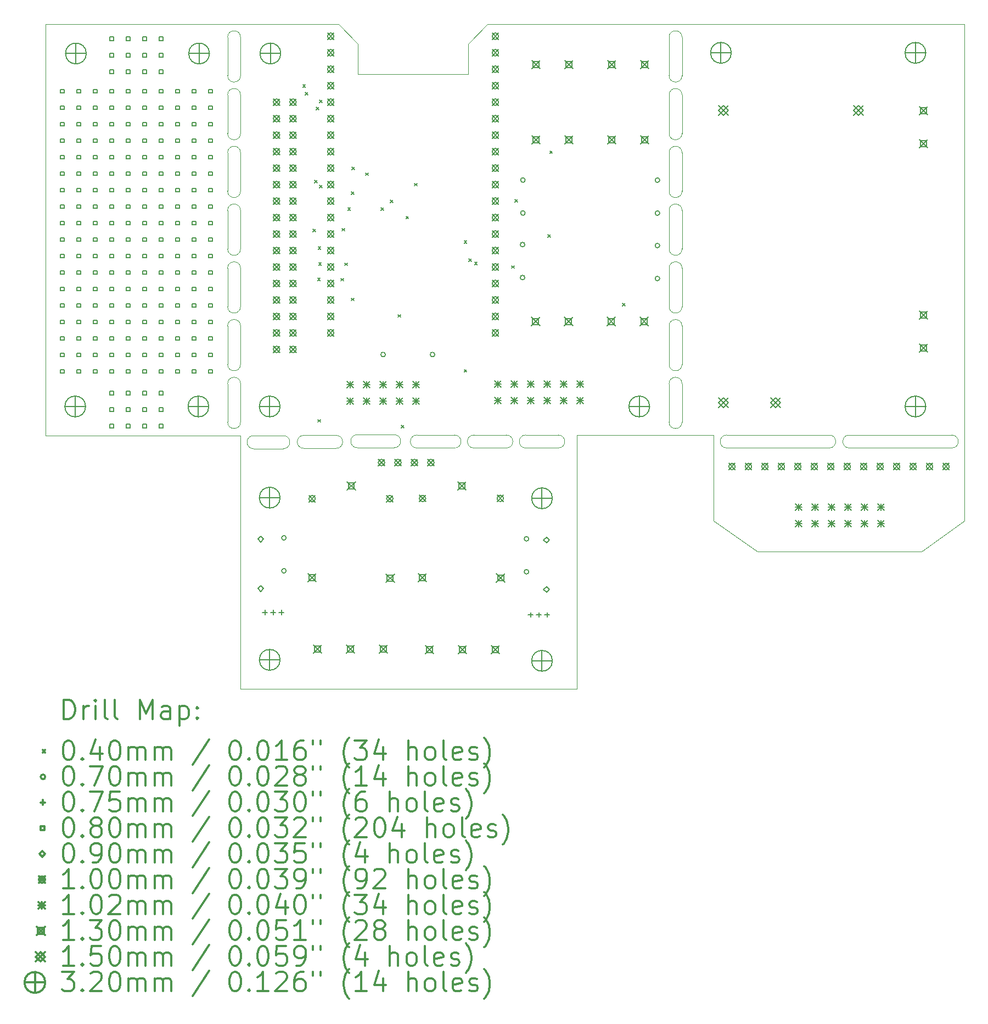
<source format=gbr>
%FSLAX45Y45*%
G04 Gerber Fmt 4.5, Leading zero omitted, Abs format (unit mm)*
G04 Created by KiCad (PCBNEW (5.1.9)-1) date 2021-01-19 07:45:16*
%MOMM*%
%LPD*%
G01*
G04 APERTURE LIST*
%TA.AperFunction,Profile*%
%ADD10C,0.050000*%
%TD*%
%ADD11C,0.200000*%
%ADD12C,0.300000*%
G04 APERTURE END LIST*
D10*
X5500000Y-9820000D02*
X5500000Y-13720000D01*
X2490000Y-9820000D02*
X5500000Y-9820000D01*
X5300000Y-9020000D02*
X5300000Y-9610000D01*
X5300000Y-9020000D02*
G75*
G02*
X5500000Y-9020000I100000J0D01*
G01*
X5500000Y-9610000D02*
G75*
G02*
X5300000Y-9610000I-100000J0D01*
G01*
X5500000Y-9020000D02*
X5500000Y-9610000D01*
X5500000Y-6350000D02*
X5500000Y-6940000D01*
X5500000Y-7240000D02*
X5500000Y-7830000D01*
X5300000Y-5460000D02*
X5300000Y-6050000D01*
X5500000Y-6940000D02*
G75*
G02*
X5300000Y-6940000I-100000J0D01*
G01*
X5300000Y-6350000D02*
X5300000Y-6940000D01*
X5300000Y-6350000D02*
G75*
G02*
X5500000Y-6350000I100000J0D01*
G01*
X5500000Y-7830000D02*
G75*
G02*
X5300000Y-7830000I-100000J0D01*
G01*
X5500000Y-8130000D02*
X5500000Y-8720000D01*
X5500000Y-6050000D02*
G75*
G02*
X5300000Y-6050000I-100000J0D01*
G01*
X5300000Y-7240000D02*
X5300000Y-7830000D01*
X5300000Y-7240000D02*
G75*
G02*
X5500000Y-7240000I100000J0D01*
G01*
X5300000Y-5460000D02*
G75*
G02*
X5500000Y-5460000I100000J0D01*
G01*
X5300000Y-4570000D02*
G75*
G02*
X5500000Y-4570000I100000J0D01*
G01*
X5500000Y-4270000D02*
G75*
G02*
X5300000Y-4270000I-100000J0D01*
G01*
X5500000Y-3680000D02*
X5500000Y-4270000D01*
X5500000Y-5160000D02*
G75*
G02*
X5300000Y-5160000I-100000J0D01*
G01*
X5300000Y-4570000D02*
X5300000Y-5160000D01*
X5500000Y-4570000D02*
X5500000Y-5160000D01*
X5300000Y-3680000D02*
G75*
G02*
X5500000Y-3680000I100000J0D01*
G01*
X5500000Y-5460000D02*
X5500000Y-6050000D01*
X5300000Y-3680000D02*
X5300000Y-4270000D01*
X5300000Y-8130000D02*
X5300000Y-8720000D01*
X5500000Y-8720000D02*
G75*
G02*
X5300000Y-8720000I-100000J0D01*
G01*
X5300000Y-8130000D02*
G75*
G02*
X5500000Y-8130000I100000J0D01*
G01*
X2490000Y-3480000D02*
X2490000Y-9820000D01*
X12310000Y-3680000D02*
X12310000Y-4270000D01*
X12310000Y-4570000D02*
X12310000Y-5160000D01*
X12110000Y-4570000D02*
X12110000Y-5160000D01*
X12310000Y-5160000D02*
G75*
G02*
X12110000Y-5160000I-100000J0D01*
G01*
X12110000Y-3680000D02*
G75*
G02*
X12310000Y-3680000I100000J0D01*
G01*
X12310000Y-4270000D02*
G75*
G02*
X12110000Y-4270000I-100000J0D01*
G01*
X12110000Y-4570000D02*
G75*
G02*
X12310000Y-4570000I100000J0D01*
G01*
X12110000Y-3680000D02*
X12110000Y-4270000D01*
X12310000Y-5460000D02*
X12310000Y-6050000D01*
X12110000Y-5460000D02*
G75*
G02*
X12310000Y-5460000I100000J0D01*
G01*
X12110000Y-5460000D02*
X12110000Y-6050000D01*
X12310000Y-6050000D02*
G75*
G02*
X12110000Y-6050000I-100000J0D01*
G01*
X12310000Y-6350000D02*
X12310000Y-6940000D01*
X12110000Y-6350000D02*
X12110000Y-6940000D01*
X12310000Y-6940000D02*
G75*
G02*
X12110000Y-6940000I-100000J0D01*
G01*
X12110000Y-6350000D02*
G75*
G02*
X12310000Y-6350000I100000J0D01*
G01*
X12310000Y-7240000D02*
X12310000Y-7830000D01*
X12110000Y-7240000D02*
G75*
G02*
X12310000Y-7240000I100000J0D01*
G01*
X12110000Y-7240000D02*
X12110000Y-7830000D01*
X12310000Y-7830000D02*
G75*
G02*
X12110000Y-7830000I-100000J0D01*
G01*
X12310000Y-8130000D02*
X12310000Y-8720000D01*
X12110000Y-8130000D02*
G75*
G02*
X12310000Y-8130000I100000J0D01*
G01*
X12110000Y-8130000D02*
X12110000Y-8720000D01*
X12310000Y-8720000D02*
G75*
G02*
X12110000Y-8720000I-100000J0D01*
G01*
X8800000Y-9810000D02*
X8220000Y-9810000D01*
X8800000Y-9810000D02*
G75*
G02*
X8800000Y-10010000I0J-100000D01*
G01*
X8220000Y-10010000D02*
G75*
G02*
X8220000Y-9810000I0J100000D01*
G01*
X8800000Y-10010000D02*
X8220000Y-10010000D01*
X10690000Y-9810000D02*
X12800000Y-9810000D01*
X13475000Y-11610000D02*
X12800000Y-11130000D01*
X10690000Y-9810000D02*
X10690000Y-13720000D01*
X12800000Y-11130000D02*
X12800000Y-9810000D01*
X9010000Y-3780000D02*
X9310000Y-3480000D01*
X7010000Y-3480000D02*
X7310000Y-3780000D01*
X2490000Y-3480000D02*
X7010000Y-3480000D01*
X9010000Y-4250000D02*
X9010000Y-3780000D01*
X7310000Y-4250000D02*
X9010000Y-4250000D01*
X7310000Y-3780000D02*
X7310000Y-4250000D01*
X16665000Y-11130000D02*
X16005000Y-11610000D01*
X13475000Y-11610000D02*
X16005000Y-11610000D01*
X14890000Y-10010000D02*
G75*
G02*
X14890000Y-9810000I0J100000D01*
G01*
X16470000Y-9810000D02*
G75*
G02*
X16470000Y-10010000I0J-100000D01*
G01*
X16470000Y-10010000D02*
X14890000Y-10010000D01*
X16470000Y-9810000D02*
X14890000Y-9810000D01*
X14580000Y-9810000D02*
G75*
G02*
X14580000Y-10010000I0J-100000D01*
G01*
X13000000Y-10010000D02*
G75*
G02*
X13000000Y-9810000I0J100000D01*
G01*
X14580000Y-9810000D02*
X13000000Y-9810000D01*
X14580000Y-10010000D02*
X13000000Y-10010000D01*
X16665000Y-11130000D02*
X16665000Y-10005000D01*
X10690000Y-3480000D02*
X16665000Y-3480000D01*
X16665000Y-3480000D02*
X16665000Y-10005000D01*
X9310000Y-3480000D02*
X10690000Y-3480000D01*
X10690000Y-13720000D02*
X5500000Y-13720000D01*
X6160000Y-9820000D02*
X5700000Y-9820000D01*
X6975000Y-10015000D02*
X6475000Y-10015000D01*
X5700000Y-10020000D02*
G75*
G02*
X5700000Y-9820000I0J100000D01*
G01*
X6160000Y-9820000D02*
G75*
G02*
X6160000Y-10020000I0J-100000D01*
G01*
X6160000Y-10020000D02*
X5700000Y-10020000D01*
X6975000Y-9815000D02*
X6475000Y-9815000D01*
X6975000Y-9815000D02*
G75*
G02*
X6975000Y-10015000I0J-100000D01*
G01*
X6475000Y-10015000D02*
G75*
G02*
X6475000Y-9815000I0J100000D01*
G01*
X7870000Y-9805000D02*
G75*
G02*
X7870000Y-10005000I0J-100000D01*
G01*
X10400000Y-9810000D02*
G75*
G02*
X10400000Y-10010000I0J-100000D01*
G01*
X10400000Y-9810000D02*
X9900000Y-9810000D01*
X9100000Y-10010000D02*
G75*
G02*
X9100000Y-9810000I0J100000D01*
G01*
X7870000Y-9805000D02*
X7300000Y-9805000D01*
X9900000Y-10010000D02*
G75*
G02*
X9900000Y-9810000I0J100000D01*
G01*
X7300000Y-10005000D02*
G75*
G02*
X7300000Y-9805000I0J100000D01*
G01*
X9600000Y-9810000D02*
G75*
G02*
X9600000Y-10010000I0J-100000D01*
G01*
X9600000Y-9810000D02*
X9100000Y-9810000D01*
X7870000Y-10005000D02*
X7300000Y-10005000D01*
X9600000Y-10010000D02*
X9100000Y-10010000D01*
X10400000Y-10010000D02*
X9900000Y-10010000D01*
X12310000Y-9020000D02*
X12310000Y-9610000D01*
X12110000Y-9020000D02*
X12110000Y-9610000D01*
X12310000Y-9610000D02*
G75*
G02*
X12110000Y-9610000I-100000J0D01*
G01*
X12110000Y-9020000D02*
G75*
G02*
X12310000Y-9020000I100000J0D01*
G01*
D11*
X6460000Y-4410000D02*
X6500000Y-4450000D01*
X6500000Y-4410000D02*
X6460000Y-4450000D01*
X6499000Y-4528000D02*
X6539000Y-4568000D01*
X6539000Y-4528000D02*
X6499000Y-4568000D01*
X6616000Y-6635000D02*
X6656000Y-6675000D01*
X6656000Y-6635000D02*
X6616000Y-6675000D01*
X6643000Y-5883000D02*
X6683000Y-5923000D01*
X6683000Y-5883000D02*
X6643000Y-5923000D01*
X6670000Y-4759000D02*
X6710000Y-4799000D01*
X6710000Y-4759000D02*
X6670000Y-4799000D01*
X6689000Y-7390000D02*
X6729000Y-7430000D01*
X6729000Y-7390000D02*
X6689000Y-7430000D01*
X6690000Y-9570000D02*
X6730000Y-9610000D01*
X6730000Y-9570000D02*
X6690000Y-9610000D01*
X6696000Y-6909000D02*
X6736000Y-6949000D01*
X6736000Y-6909000D02*
X6696000Y-6949000D01*
X6706000Y-7155000D02*
X6746000Y-7195000D01*
X6746000Y-7155000D02*
X6706000Y-7195000D01*
X6720086Y-4649086D02*
X6760086Y-4689086D01*
X6760086Y-4649086D02*
X6720086Y-4689086D01*
X6721000Y-5960000D02*
X6761000Y-6000000D01*
X6761000Y-5960000D02*
X6721000Y-6000000D01*
X7048000Y-7396000D02*
X7088000Y-7436000D01*
X7088000Y-7396000D02*
X7048000Y-7436000D01*
X7068000Y-6625000D02*
X7108000Y-6665000D01*
X7108000Y-6625000D02*
X7068000Y-6665000D01*
X7110000Y-7158000D02*
X7150000Y-7198000D01*
X7150000Y-7158000D02*
X7110000Y-7198000D01*
X7154000Y-6308000D02*
X7194000Y-6348000D01*
X7194000Y-6308000D02*
X7154000Y-6348000D01*
X7210000Y-7700000D02*
X7250000Y-7740000D01*
X7250000Y-7700000D02*
X7210000Y-7740000D01*
X7211000Y-6059000D02*
X7251000Y-6099000D01*
X7251000Y-6059000D02*
X7211000Y-6099000D01*
X7220000Y-5680000D02*
X7260000Y-5720000D01*
X7260000Y-5680000D02*
X7220000Y-5720000D01*
X7430000Y-5770000D02*
X7470000Y-5810000D01*
X7470000Y-5770000D02*
X7430000Y-5810000D01*
X7668000Y-6308000D02*
X7708000Y-6348000D01*
X7708000Y-6308000D02*
X7668000Y-6348000D01*
X7809000Y-6187000D02*
X7849000Y-6227000D01*
X7849000Y-6187000D02*
X7809000Y-6227000D01*
X7931000Y-7953000D02*
X7971000Y-7993000D01*
X7971000Y-7953000D02*
X7931000Y-7993000D01*
X7980001Y-9660000D02*
X8020001Y-9700000D01*
X8020001Y-9660000D02*
X7980001Y-9700000D01*
X8052000Y-6439000D02*
X8092000Y-6479000D01*
X8092000Y-6439000D02*
X8052000Y-6479000D01*
X8180000Y-5930000D02*
X8220000Y-5970000D01*
X8220000Y-5930000D02*
X8180000Y-5970000D01*
X8950000Y-6815000D02*
X8990000Y-6855000D01*
X8990000Y-6815000D02*
X8950000Y-6855000D01*
X8950000Y-8800000D02*
X8990000Y-8840000D01*
X8990000Y-8800000D02*
X8950000Y-8840000D01*
X9023051Y-7094051D02*
X9063051Y-7134051D01*
X9063051Y-7094051D02*
X9023051Y-7134051D01*
X9110156Y-7143172D02*
X9150156Y-7183172D01*
X9150156Y-7143172D02*
X9110156Y-7183172D01*
X9680501Y-7200000D02*
X9720501Y-7240000D01*
X9720501Y-7200000D02*
X9680501Y-7240000D01*
X9730000Y-6180000D02*
X9770000Y-6220000D01*
X9770000Y-6180000D02*
X9730000Y-6220000D01*
X10237502Y-6720000D02*
X10277502Y-6760000D01*
X10277502Y-6720000D02*
X10237502Y-6760000D01*
X10270000Y-5430000D02*
X10310000Y-5470000D01*
X10310000Y-5430000D02*
X10270000Y-5470000D01*
X11390000Y-7780000D02*
X11430000Y-7820000D01*
X11430000Y-7780000D02*
X11390000Y-7820000D01*
X6205000Y-11395000D02*
G75*
G03*
X6205000Y-11395000I-35000J0D01*
G01*
X6205000Y-11903000D02*
G75*
G03*
X6205000Y-11903000I-35000J0D01*
G01*
X7733000Y-8570000D02*
G75*
G03*
X7733000Y-8570000I-35000J0D01*
G01*
X8495000Y-8570000D02*
G75*
G03*
X8495000Y-8570000I-35000J0D01*
G01*
X9885000Y-6875000D02*
G75*
G03*
X9885000Y-6875000I-35000J0D01*
G01*
X9885000Y-7383000D02*
G75*
G03*
X9885000Y-7383000I-35000J0D01*
G01*
X9890000Y-5880000D02*
G75*
G03*
X9890000Y-5880000I-35000J0D01*
G01*
X9890000Y-6388000D02*
G75*
G03*
X9890000Y-6388000I-35000J0D01*
G01*
X9945000Y-11410000D02*
G75*
G03*
X9945000Y-11410000I-35000J0D01*
G01*
X9945000Y-11918000D02*
G75*
G03*
X9945000Y-11918000I-35000J0D01*
G01*
X11965000Y-5882000D02*
G75*
G03*
X11965000Y-5882000I-35000J0D01*
G01*
X11965000Y-6390000D02*
G75*
G03*
X11965000Y-6390000I-35000J0D01*
G01*
X11965000Y-6890000D02*
G75*
G03*
X11965000Y-6890000I-35000J0D01*
G01*
X11965000Y-7398000D02*
G75*
G03*
X11965000Y-7398000I-35000J0D01*
G01*
X5876000Y-12507500D02*
X5876000Y-12582500D01*
X5838500Y-12545000D02*
X5913500Y-12545000D01*
X6003000Y-12507500D02*
X6003000Y-12582500D01*
X5965500Y-12545000D02*
X6040500Y-12545000D01*
X6130000Y-12507500D02*
X6130000Y-12582500D01*
X6092500Y-12545000D02*
X6167500Y-12545000D01*
X9976000Y-12542500D02*
X9976000Y-12617500D01*
X9938500Y-12580000D02*
X10013500Y-12580000D01*
X10103000Y-12542500D02*
X10103000Y-12617500D01*
X10065500Y-12580000D02*
X10140500Y-12580000D01*
X10230000Y-12542500D02*
X10230000Y-12617500D01*
X10192500Y-12580000D02*
X10267500Y-12580000D01*
X2777288Y-4538288D02*
X2777288Y-4481712D01*
X2720712Y-4481712D01*
X2720712Y-4538288D01*
X2777288Y-4538288D01*
X2777288Y-4792288D02*
X2777288Y-4735712D01*
X2720712Y-4735712D01*
X2720712Y-4792288D01*
X2777288Y-4792288D01*
X2777288Y-5046288D02*
X2777288Y-4989712D01*
X2720712Y-4989712D01*
X2720712Y-5046288D01*
X2777288Y-5046288D01*
X2777288Y-5300288D02*
X2777288Y-5243712D01*
X2720712Y-5243712D01*
X2720712Y-5300288D01*
X2777288Y-5300288D01*
X2777288Y-5554288D02*
X2777288Y-5497712D01*
X2720712Y-5497712D01*
X2720712Y-5554288D01*
X2777288Y-5554288D01*
X2777288Y-5808288D02*
X2777288Y-5751712D01*
X2720712Y-5751712D01*
X2720712Y-5808288D01*
X2777288Y-5808288D01*
X2777288Y-6062288D02*
X2777288Y-6005712D01*
X2720712Y-6005712D01*
X2720712Y-6062288D01*
X2777288Y-6062288D01*
X2777288Y-6316288D02*
X2777288Y-6259712D01*
X2720712Y-6259712D01*
X2720712Y-6316288D01*
X2777288Y-6316288D01*
X2777288Y-6570288D02*
X2777288Y-6513712D01*
X2720712Y-6513712D01*
X2720712Y-6570288D01*
X2777288Y-6570288D01*
X2777288Y-6824288D02*
X2777288Y-6767712D01*
X2720712Y-6767712D01*
X2720712Y-6824288D01*
X2777288Y-6824288D01*
X2777288Y-7078288D02*
X2777288Y-7021712D01*
X2720712Y-7021712D01*
X2720712Y-7078288D01*
X2777288Y-7078288D01*
X2777288Y-7332288D02*
X2777288Y-7275712D01*
X2720712Y-7275712D01*
X2720712Y-7332288D01*
X2777288Y-7332288D01*
X2777288Y-7586288D02*
X2777288Y-7529712D01*
X2720712Y-7529712D01*
X2720712Y-7586288D01*
X2777288Y-7586288D01*
X2777288Y-7840288D02*
X2777288Y-7783712D01*
X2720712Y-7783712D01*
X2720712Y-7840288D01*
X2777288Y-7840288D01*
X2777288Y-8094288D02*
X2777288Y-8037712D01*
X2720712Y-8037712D01*
X2720712Y-8094288D01*
X2777288Y-8094288D01*
X2777288Y-8348288D02*
X2777288Y-8291712D01*
X2720712Y-8291712D01*
X2720712Y-8348288D01*
X2777288Y-8348288D01*
X2777288Y-8602288D02*
X2777288Y-8545712D01*
X2720712Y-8545712D01*
X2720712Y-8602288D01*
X2777288Y-8602288D01*
X2777288Y-8856288D02*
X2777288Y-8799712D01*
X2720712Y-8799712D01*
X2720712Y-8856288D01*
X2777288Y-8856288D01*
X3031288Y-4538288D02*
X3031288Y-4481712D01*
X2974712Y-4481712D01*
X2974712Y-4538288D01*
X3031288Y-4538288D01*
X3031288Y-4792288D02*
X3031288Y-4735712D01*
X2974712Y-4735712D01*
X2974712Y-4792288D01*
X3031288Y-4792288D01*
X3031288Y-5046288D02*
X3031288Y-4989712D01*
X2974712Y-4989712D01*
X2974712Y-5046288D01*
X3031288Y-5046288D01*
X3031288Y-5300288D02*
X3031288Y-5243712D01*
X2974712Y-5243712D01*
X2974712Y-5300288D01*
X3031288Y-5300288D01*
X3031288Y-5554288D02*
X3031288Y-5497712D01*
X2974712Y-5497712D01*
X2974712Y-5554288D01*
X3031288Y-5554288D01*
X3031288Y-5808288D02*
X3031288Y-5751712D01*
X2974712Y-5751712D01*
X2974712Y-5808288D01*
X3031288Y-5808288D01*
X3031288Y-6062288D02*
X3031288Y-6005712D01*
X2974712Y-6005712D01*
X2974712Y-6062288D01*
X3031288Y-6062288D01*
X3031288Y-6316288D02*
X3031288Y-6259712D01*
X2974712Y-6259712D01*
X2974712Y-6316288D01*
X3031288Y-6316288D01*
X3031288Y-6570288D02*
X3031288Y-6513712D01*
X2974712Y-6513712D01*
X2974712Y-6570288D01*
X3031288Y-6570288D01*
X3031288Y-6824288D02*
X3031288Y-6767712D01*
X2974712Y-6767712D01*
X2974712Y-6824288D01*
X3031288Y-6824288D01*
X3031288Y-7078288D02*
X3031288Y-7021712D01*
X2974712Y-7021712D01*
X2974712Y-7078288D01*
X3031288Y-7078288D01*
X3031288Y-7332288D02*
X3031288Y-7275712D01*
X2974712Y-7275712D01*
X2974712Y-7332288D01*
X3031288Y-7332288D01*
X3031288Y-7586288D02*
X3031288Y-7529712D01*
X2974712Y-7529712D01*
X2974712Y-7586288D01*
X3031288Y-7586288D01*
X3031288Y-7840288D02*
X3031288Y-7783712D01*
X2974712Y-7783712D01*
X2974712Y-7840288D01*
X3031288Y-7840288D01*
X3031288Y-8094288D02*
X3031288Y-8037712D01*
X2974712Y-8037712D01*
X2974712Y-8094288D01*
X3031288Y-8094288D01*
X3031288Y-8348288D02*
X3031288Y-8291712D01*
X2974712Y-8291712D01*
X2974712Y-8348288D01*
X3031288Y-8348288D01*
X3031288Y-8602288D02*
X3031288Y-8545712D01*
X2974712Y-8545712D01*
X2974712Y-8602288D01*
X3031288Y-8602288D01*
X3031288Y-8856288D02*
X3031288Y-8799712D01*
X2974712Y-8799712D01*
X2974712Y-8856288D01*
X3031288Y-8856288D01*
X3285288Y-4538288D02*
X3285288Y-4481712D01*
X3228712Y-4481712D01*
X3228712Y-4538288D01*
X3285288Y-4538288D01*
X3285288Y-4792288D02*
X3285288Y-4735712D01*
X3228712Y-4735712D01*
X3228712Y-4792288D01*
X3285288Y-4792288D01*
X3285288Y-5046288D02*
X3285288Y-4989712D01*
X3228712Y-4989712D01*
X3228712Y-5046288D01*
X3285288Y-5046288D01*
X3285288Y-5300288D02*
X3285288Y-5243712D01*
X3228712Y-5243712D01*
X3228712Y-5300288D01*
X3285288Y-5300288D01*
X3285288Y-5554288D02*
X3285288Y-5497712D01*
X3228712Y-5497712D01*
X3228712Y-5554288D01*
X3285288Y-5554288D01*
X3285288Y-5808288D02*
X3285288Y-5751712D01*
X3228712Y-5751712D01*
X3228712Y-5808288D01*
X3285288Y-5808288D01*
X3285288Y-6062288D02*
X3285288Y-6005712D01*
X3228712Y-6005712D01*
X3228712Y-6062288D01*
X3285288Y-6062288D01*
X3285288Y-6316288D02*
X3285288Y-6259712D01*
X3228712Y-6259712D01*
X3228712Y-6316288D01*
X3285288Y-6316288D01*
X3285288Y-6570288D02*
X3285288Y-6513712D01*
X3228712Y-6513712D01*
X3228712Y-6570288D01*
X3285288Y-6570288D01*
X3285288Y-6824288D02*
X3285288Y-6767712D01*
X3228712Y-6767712D01*
X3228712Y-6824288D01*
X3285288Y-6824288D01*
X3285288Y-7078288D02*
X3285288Y-7021712D01*
X3228712Y-7021712D01*
X3228712Y-7078288D01*
X3285288Y-7078288D01*
X3285288Y-7332288D02*
X3285288Y-7275712D01*
X3228712Y-7275712D01*
X3228712Y-7332288D01*
X3285288Y-7332288D01*
X3285288Y-7586288D02*
X3285288Y-7529712D01*
X3228712Y-7529712D01*
X3228712Y-7586288D01*
X3285288Y-7586288D01*
X3285288Y-7840288D02*
X3285288Y-7783712D01*
X3228712Y-7783712D01*
X3228712Y-7840288D01*
X3285288Y-7840288D01*
X3285288Y-8094288D02*
X3285288Y-8037712D01*
X3228712Y-8037712D01*
X3228712Y-8094288D01*
X3285288Y-8094288D01*
X3285288Y-8348288D02*
X3285288Y-8291712D01*
X3228712Y-8291712D01*
X3228712Y-8348288D01*
X3285288Y-8348288D01*
X3285288Y-8602288D02*
X3285288Y-8545712D01*
X3228712Y-8545712D01*
X3228712Y-8602288D01*
X3285288Y-8602288D01*
X3285288Y-8856288D02*
X3285288Y-8799712D01*
X3228712Y-8799712D01*
X3228712Y-8856288D01*
X3285288Y-8856288D01*
X3539288Y-3733288D02*
X3539288Y-3676712D01*
X3482712Y-3676712D01*
X3482712Y-3733288D01*
X3539288Y-3733288D01*
X3539288Y-3987288D02*
X3539288Y-3930712D01*
X3482712Y-3930712D01*
X3482712Y-3987288D01*
X3539288Y-3987288D01*
X3539288Y-4241288D02*
X3539288Y-4184712D01*
X3482712Y-4184712D01*
X3482712Y-4241288D01*
X3539288Y-4241288D01*
X3539288Y-4538288D02*
X3539288Y-4481712D01*
X3482712Y-4481712D01*
X3482712Y-4538288D01*
X3539288Y-4538288D01*
X3539288Y-4792288D02*
X3539288Y-4735712D01*
X3482712Y-4735712D01*
X3482712Y-4792288D01*
X3539288Y-4792288D01*
X3539288Y-5046288D02*
X3539288Y-4989712D01*
X3482712Y-4989712D01*
X3482712Y-5046288D01*
X3539288Y-5046288D01*
X3539288Y-5300288D02*
X3539288Y-5243712D01*
X3482712Y-5243712D01*
X3482712Y-5300288D01*
X3539288Y-5300288D01*
X3539288Y-5554288D02*
X3539288Y-5497712D01*
X3482712Y-5497712D01*
X3482712Y-5554288D01*
X3539288Y-5554288D01*
X3539288Y-5808288D02*
X3539288Y-5751712D01*
X3482712Y-5751712D01*
X3482712Y-5808288D01*
X3539288Y-5808288D01*
X3539288Y-6062288D02*
X3539288Y-6005712D01*
X3482712Y-6005712D01*
X3482712Y-6062288D01*
X3539288Y-6062288D01*
X3539288Y-6316288D02*
X3539288Y-6259712D01*
X3482712Y-6259712D01*
X3482712Y-6316288D01*
X3539288Y-6316288D01*
X3539288Y-6570288D02*
X3539288Y-6513712D01*
X3482712Y-6513712D01*
X3482712Y-6570288D01*
X3539288Y-6570288D01*
X3539288Y-6824288D02*
X3539288Y-6767712D01*
X3482712Y-6767712D01*
X3482712Y-6824288D01*
X3539288Y-6824288D01*
X3539288Y-7078288D02*
X3539288Y-7021712D01*
X3482712Y-7021712D01*
X3482712Y-7078288D01*
X3539288Y-7078288D01*
X3539288Y-7332288D02*
X3539288Y-7275712D01*
X3482712Y-7275712D01*
X3482712Y-7332288D01*
X3539288Y-7332288D01*
X3539288Y-7586288D02*
X3539288Y-7529712D01*
X3482712Y-7529712D01*
X3482712Y-7586288D01*
X3539288Y-7586288D01*
X3539288Y-7840288D02*
X3539288Y-7783712D01*
X3482712Y-7783712D01*
X3482712Y-7840288D01*
X3539288Y-7840288D01*
X3539288Y-8094288D02*
X3539288Y-8037712D01*
X3482712Y-8037712D01*
X3482712Y-8094288D01*
X3539288Y-8094288D01*
X3539288Y-8348288D02*
X3539288Y-8291712D01*
X3482712Y-8291712D01*
X3482712Y-8348288D01*
X3539288Y-8348288D01*
X3539288Y-8602288D02*
X3539288Y-8545712D01*
X3482712Y-8545712D01*
X3482712Y-8602288D01*
X3539288Y-8602288D01*
X3539288Y-8856288D02*
X3539288Y-8799712D01*
X3482712Y-8799712D01*
X3482712Y-8856288D01*
X3539288Y-8856288D01*
X3539288Y-9190288D02*
X3539288Y-9133712D01*
X3482712Y-9133712D01*
X3482712Y-9190288D01*
X3539288Y-9190288D01*
X3539288Y-9444288D02*
X3539288Y-9387712D01*
X3482712Y-9387712D01*
X3482712Y-9444288D01*
X3539288Y-9444288D01*
X3539288Y-9698288D02*
X3539288Y-9641712D01*
X3482712Y-9641712D01*
X3482712Y-9698288D01*
X3539288Y-9698288D01*
X3793288Y-3733288D02*
X3793288Y-3676712D01*
X3736712Y-3676712D01*
X3736712Y-3733288D01*
X3793288Y-3733288D01*
X3793288Y-3987288D02*
X3793288Y-3930712D01*
X3736712Y-3930712D01*
X3736712Y-3987288D01*
X3793288Y-3987288D01*
X3793288Y-4241288D02*
X3793288Y-4184712D01*
X3736712Y-4184712D01*
X3736712Y-4241288D01*
X3793288Y-4241288D01*
X3793288Y-4538288D02*
X3793288Y-4481712D01*
X3736712Y-4481712D01*
X3736712Y-4538288D01*
X3793288Y-4538288D01*
X3793288Y-4792288D02*
X3793288Y-4735712D01*
X3736712Y-4735712D01*
X3736712Y-4792288D01*
X3793288Y-4792288D01*
X3793288Y-5046288D02*
X3793288Y-4989712D01*
X3736712Y-4989712D01*
X3736712Y-5046288D01*
X3793288Y-5046288D01*
X3793288Y-5300288D02*
X3793288Y-5243712D01*
X3736712Y-5243712D01*
X3736712Y-5300288D01*
X3793288Y-5300288D01*
X3793288Y-5554288D02*
X3793288Y-5497712D01*
X3736712Y-5497712D01*
X3736712Y-5554288D01*
X3793288Y-5554288D01*
X3793288Y-5808288D02*
X3793288Y-5751712D01*
X3736712Y-5751712D01*
X3736712Y-5808288D01*
X3793288Y-5808288D01*
X3793288Y-6062288D02*
X3793288Y-6005712D01*
X3736712Y-6005712D01*
X3736712Y-6062288D01*
X3793288Y-6062288D01*
X3793288Y-6316288D02*
X3793288Y-6259712D01*
X3736712Y-6259712D01*
X3736712Y-6316288D01*
X3793288Y-6316288D01*
X3793288Y-6570288D02*
X3793288Y-6513712D01*
X3736712Y-6513712D01*
X3736712Y-6570288D01*
X3793288Y-6570288D01*
X3793288Y-6824288D02*
X3793288Y-6767712D01*
X3736712Y-6767712D01*
X3736712Y-6824288D01*
X3793288Y-6824288D01*
X3793288Y-7078288D02*
X3793288Y-7021712D01*
X3736712Y-7021712D01*
X3736712Y-7078288D01*
X3793288Y-7078288D01*
X3793288Y-7332288D02*
X3793288Y-7275712D01*
X3736712Y-7275712D01*
X3736712Y-7332288D01*
X3793288Y-7332288D01*
X3793288Y-7586288D02*
X3793288Y-7529712D01*
X3736712Y-7529712D01*
X3736712Y-7586288D01*
X3793288Y-7586288D01*
X3793288Y-7840288D02*
X3793288Y-7783712D01*
X3736712Y-7783712D01*
X3736712Y-7840288D01*
X3793288Y-7840288D01*
X3793288Y-8094288D02*
X3793288Y-8037712D01*
X3736712Y-8037712D01*
X3736712Y-8094288D01*
X3793288Y-8094288D01*
X3793288Y-8348288D02*
X3793288Y-8291712D01*
X3736712Y-8291712D01*
X3736712Y-8348288D01*
X3793288Y-8348288D01*
X3793288Y-8602288D02*
X3793288Y-8545712D01*
X3736712Y-8545712D01*
X3736712Y-8602288D01*
X3793288Y-8602288D01*
X3793288Y-8856288D02*
X3793288Y-8799712D01*
X3736712Y-8799712D01*
X3736712Y-8856288D01*
X3793288Y-8856288D01*
X3793288Y-9190288D02*
X3793288Y-9133712D01*
X3736712Y-9133712D01*
X3736712Y-9190288D01*
X3793288Y-9190288D01*
X3793288Y-9444288D02*
X3793288Y-9387712D01*
X3736712Y-9387712D01*
X3736712Y-9444288D01*
X3793288Y-9444288D01*
X3793288Y-9698288D02*
X3793288Y-9641712D01*
X3736712Y-9641712D01*
X3736712Y-9698288D01*
X3793288Y-9698288D01*
X4047288Y-3733288D02*
X4047288Y-3676712D01*
X3990712Y-3676712D01*
X3990712Y-3733288D01*
X4047288Y-3733288D01*
X4047288Y-3987288D02*
X4047288Y-3930712D01*
X3990712Y-3930712D01*
X3990712Y-3987288D01*
X4047288Y-3987288D01*
X4047288Y-4241288D02*
X4047288Y-4184712D01*
X3990712Y-4184712D01*
X3990712Y-4241288D01*
X4047288Y-4241288D01*
X4047288Y-4538288D02*
X4047288Y-4481712D01*
X3990712Y-4481712D01*
X3990712Y-4538288D01*
X4047288Y-4538288D01*
X4047288Y-4792288D02*
X4047288Y-4735712D01*
X3990712Y-4735712D01*
X3990712Y-4792288D01*
X4047288Y-4792288D01*
X4047288Y-5046288D02*
X4047288Y-4989712D01*
X3990712Y-4989712D01*
X3990712Y-5046288D01*
X4047288Y-5046288D01*
X4047288Y-5300288D02*
X4047288Y-5243712D01*
X3990712Y-5243712D01*
X3990712Y-5300288D01*
X4047288Y-5300288D01*
X4047288Y-5554288D02*
X4047288Y-5497712D01*
X3990712Y-5497712D01*
X3990712Y-5554288D01*
X4047288Y-5554288D01*
X4047288Y-5808288D02*
X4047288Y-5751712D01*
X3990712Y-5751712D01*
X3990712Y-5808288D01*
X4047288Y-5808288D01*
X4047288Y-6062288D02*
X4047288Y-6005712D01*
X3990712Y-6005712D01*
X3990712Y-6062288D01*
X4047288Y-6062288D01*
X4047288Y-6316288D02*
X4047288Y-6259712D01*
X3990712Y-6259712D01*
X3990712Y-6316288D01*
X4047288Y-6316288D01*
X4047288Y-6570288D02*
X4047288Y-6513712D01*
X3990712Y-6513712D01*
X3990712Y-6570288D01*
X4047288Y-6570288D01*
X4047288Y-6824288D02*
X4047288Y-6767712D01*
X3990712Y-6767712D01*
X3990712Y-6824288D01*
X4047288Y-6824288D01*
X4047288Y-7078288D02*
X4047288Y-7021712D01*
X3990712Y-7021712D01*
X3990712Y-7078288D01*
X4047288Y-7078288D01*
X4047288Y-7332288D02*
X4047288Y-7275712D01*
X3990712Y-7275712D01*
X3990712Y-7332288D01*
X4047288Y-7332288D01*
X4047288Y-7586288D02*
X4047288Y-7529712D01*
X3990712Y-7529712D01*
X3990712Y-7586288D01*
X4047288Y-7586288D01*
X4047288Y-7840288D02*
X4047288Y-7783712D01*
X3990712Y-7783712D01*
X3990712Y-7840288D01*
X4047288Y-7840288D01*
X4047288Y-8094288D02*
X4047288Y-8037712D01*
X3990712Y-8037712D01*
X3990712Y-8094288D01*
X4047288Y-8094288D01*
X4047288Y-8348288D02*
X4047288Y-8291712D01*
X3990712Y-8291712D01*
X3990712Y-8348288D01*
X4047288Y-8348288D01*
X4047288Y-8602288D02*
X4047288Y-8545712D01*
X3990712Y-8545712D01*
X3990712Y-8602288D01*
X4047288Y-8602288D01*
X4047288Y-8856288D02*
X4047288Y-8799712D01*
X3990712Y-8799712D01*
X3990712Y-8856288D01*
X4047288Y-8856288D01*
X4047288Y-9190288D02*
X4047288Y-9133712D01*
X3990712Y-9133712D01*
X3990712Y-9190288D01*
X4047288Y-9190288D01*
X4047288Y-9444288D02*
X4047288Y-9387712D01*
X3990712Y-9387712D01*
X3990712Y-9444288D01*
X4047288Y-9444288D01*
X4047288Y-9698288D02*
X4047288Y-9641712D01*
X3990712Y-9641712D01*
X3990712Y-9698288D01*
X4047288Y-9698288D01*
X4301288Y-3733288D02*
X4301288Y-3676712D01*
X4244712Y-3676712D01*
X4244712Y-3733288D01*
X4301288Y-3733288D01*
X4301288Y-3987288D02*
X4301288Y-3930712D01*
X4244712Y-3930712D01*
X4244712Y-3987288D01*
X4301288Y-3987288D01*
X4301288Y-4241288D02*
X4301288Y-4184712D01*
X4244712Y-4184712D01*
X4244712Y-4241288D01*
X4301288Y-4241288D01*
X4301288Y-4538288D02*
X4301288Y-4481712D01*
X4244712Y-4481712D01*
X4244712Y-4538288D01*
X4301288Y-4538288D01*
X4301288Y-4792288D02*
X4301288Y-4735712D01*
X4244712Y-4735712D01*
X4244712Y-4792288D01*
X4301288Y-4792288D01*
X4301288Y-5046288D02*
X4301288Y-4989712D01*
X4244712Y-4989712D01*
X4244712Y-5046288D01*
X4301288Y-5046288D01*
X4301288Y-5300288D02*
X4301288Y-5243712D01*
X4244712Y-5243712D01*
X4244712Y-5300288D01*
X4301288Y-5300288D01*
X4301288Y-5554288D02*
X4301288Y-5497712D01*
X4244712Y-5497712D01*
X4244712Y-5554288D01*
X4301288Y-5554288D01*
X4301288Y-5808288D02*
X4301288Y-5751712D01*
X4244712Y-5751712D01*
X4244712Y-5808288D01*
X4301288Y-5808288D01*
X4301288Y-6062288D02*
X4301288Y-6005712D01*
X4244712Y-6005712D01*
X4244712Y-6062288D01*
X4301288Y-6062288D01*
X4301288Y-6316288D02*
X4301288Y-6259712D01*
X4244712Y-6259712D01*
X4244712Y-6316288D01*
X4301288Y-6316288D01*
X4301288Y-6570288D02*
X4301288Y-6513712D01*
X4244712Y-6513712D01*
X4244712Y-6570288D01*
X4301288Y-6570288D01*
X4301288Y-6824288D02*
X4301288Y-6767712D01*
X4244712Y-6767712D01*
X4244712Y-6824288D01*
X4301288Y-6824288D01*
X4301288Y-7078288D02*
X4301288Y-7021712D01*
X4244712Y-7021712D01*
X4244712Y-7078288D01*
X4301288Y-7078288D01*
X4301288Y-7332288D02*
X4301288Y-7275712D01*
X4244712Y-7275712D01*
X4244712Y-7332288D01*
X4301288Y-7332288D01*
X4301288Y-7586288D02*
X4301288Y-7529712D01*
X4244712Y-7529712D01*
X4244712Y-7586288D01*
X4301288Y-7586288D01*
X4301288Y-7840288D02*
X4301288Y-7783712D01*
X4244712Y-7783712D01*
X4244712Y-7840288D01*
X4301288Y-7840288D01*
X4301288Y-8094288D02*
X4301288Y-8037712D01*
X4244712Y-8037712D01*
X4244712Y-8094288D01*
X4301288Y-8094288D01*
X4301288Y-8348288D02*
X4301288Y-8291712D01*
X4244712Y-8291712D01*
X4244712Y-8348288D01*
X4301288Y-8348288D01*
X4301288Y-8602288D02*
X4301288Y-8545712D01*
X4244712Y-8545712D01*
X4244712Y-8602288D01*
X4301288Y-8602288D01*
X4301288Y-8856288D02*
X4301288Y-8799712D01*
X4244712Y-8799712D01*
X4244712Y-8856288D01*
X4301288Y-8856288D01*
X4301288Y-9190288D02*
X4301288Y-9133712D01*
X4244712Y-9133712D01*
X4244712Y-9190288D01*
X4301288Y-9190288D01*
X4301288Y-9444288D02*
X4301288Y-9387712D01*
X4244712Y-9387712D01*
X4244712Y-9444288D01*
X4301288Y-9444288D01*
X4301288Y-9698288D02*
X4301288Y-9641712D01*
X4244712Y-9641712D01*
X4244712Y-9698288D01*
X4301288Y-9698288D01*
X4555288Y-4538288D02*
X4555288Y-4481712D01*
X4498712Y-4481712D01*
X4498712Y-4538288D01*
X4555288Y-4538288D01*
X4555288Y-4792288D02*
X4555288Y-4735712D01*
X4498712Y-4735712D01*
X4498712Y-4792288D01*
X4555288Y-4792288D01*
X4555288Y-5046288D02*
X4555288Y-4989712D01*
X4498712Y-4989712D01*
X4498712Y-5046288D01*
X4555288Y-5046288D01*
X4555288Y-5300288D02*
X4555288Y-5243712D01*
X4498712Y-5243712D01*
X4498712Y-5300288D01*
X4555288Y-5300288D01*
X4555288Y-5554288D02*
X4555288Y-5497712D01*
X4498712Y-5497712D01*
X4498712Y-5554288D01*
X4555288Y-5554288D01*
X4555288Y-5808288D02*
X4555288Y-5751712D01*
X4498712Y-5751712D01*
X4498712Y-5808288D01*
X4555288Y-5808288D01*
X4555288Y-6062288D02*
X4555288Y-6005712D01*
X4498712Y-6005712D01*
X4498712Y-6062288D01*
X4555288Y-6062288D01*
X4555288Y-6316288D02*
X4555288Y-6259712D01*
X4498712Y-6259712D01*
X4498712Y-6316288D01*
X4555288Y-6316288D01*
X4555288Y-6570288D02*
X4555288Y-6513712D01*
X4498712Y-6513712D01*
X4498712Y-6570288D01*
X4555288Y-6570288D01*
X4555288Y-6824288D02*
X4555288Y-6767712D01*
X4498712Y-6767712D01*
X4498712Y-6824288D01*
X4555288Y-6824288D01*
X4555288Y-7078288D02*
X4555288Y-7021712D01*
X4498712Y-7021712D01*
X4498712Y-7078288D01*
X4555288Y-7078288D01*
X4555288Y-7332288D02*
X4555288Y-7275712D01*
X4498712Y-7275712D01*
X4498712Y-7332288D01*
X4555288Y-7332288D01*
X4555288Y-7586288D02*
X4555288Y-7529712D01*
X4498712Y-7529712D01*
X4498712Y-7586288D01*
X4555288Y-7586288D01*
X4555288Y-7840288D02*
X4555288Y-7783712D01*
X4498712Y-7783712D01*
X4498712Y-7840288D01*
X4555288Y-7840288D01*
X4555288Y-8094288D02*
X4555288Y-8037712D01*
X4498712Y-8037712D01*
X4498712Y-8094288D01*
X4555288Y-8094288D01*
X4555288Y-8348288D02*
X4555288Y-8291712D01*
X4498712Y-8291712D01*
X4498712Y-8348288D01*
X4555288Y-8348288D01*
X4555288Y-8602288D02*
X4555288Y-8545712D01*
X4498712Y-8545712D01*
X4498712Y-8602288D01*
X4555288Y-8602288D01*
X4555288Y-8856288D02*
X4555288Y-8799712D01*
X4498712Y-8799712D01*
X4498712Y-8856288D01*
X4555288Y-8856288D01*
X4809288Y-4538288D02*
X4809288Y-4481712D01*
X4752712Y-4481712D01*
X4752712Y-4538288D01*
X4809288Y-4538288D01*
X4809288Y-4792288D02*
X4809288Y-4735712D01*
X4752712Y-4735712D01*
X4752712Y-4792288D01*
X4809288Y-4792288D01*
X4809288Y-5046288D02*
X4809288Y-4989712D01*
X4752712Y-4989712D01*
X4752712Y-5046288D01*
X4809288Y-5046288D01*
X4809288Y-5300288D02*
X4809288Y-5243712D01*
X4752712Y-5243712D01*
X4752712Y-5300288D01*
X4809288Y-5300288D01*
X4809288Y-5554288D02*
X4809288Y-5497712D01*
X4752712Y-5497712D01*
X4752712Y-5554288D01*
X4809288Y-5554288D01*
X4809288Y-5808288D02*
X4809288Y-5751712D01*
X4752712Y-5751712D01*
X4752712Y-5808288D01*
X4809288Y-5808288D01*
X4809288Y-6062288D02*
X4809288Y-6005712D01*
X4752712Y-6005712D01*
X4752712Y-6062288D01*
X4809288Y-6062288D01*
X4809288Y-6316288D02*
X4809288Y-6259712D01*
X4752712Y-6259712D01*
X4752712Y-6316288D01*
X4809288Y-6316288D01*
X4809288Y-6570288D02*
X4809288Y-6513712D01*
X4752712Y-6513712D01*
X4752712Y-6570288D01*
X4809288Y-6570288D01*
X4809288Y-6824288D02*
X4809288Y-6767712D01*
X4752712Y-6767712D01*
X4752712Y-6824288D01*
X4809288Y-6824288D01*
X4809288Y-7078288D02*
X4809288Y-7021712D01*
X4752712Y-7021712D01*
X4752712Y-7078288D01*
X4809288Y-7078288D01*
X4809288Y-7332288D02*
X4809288Y-7275712D01*
X4752712Y-7275712D01*
X4752712Y-7332288D01*
X4809288Y-7332288D01*
X4809288Y-7586288D02*
X4809288Y-7529712D01*
X4752712Y-7529712D01*
X4752712Y-7586288D01*
X4809288Y-7586288D01*
X4809288Y-7840288D02*
X4809288Y-7783712D01*
X4752712Y-7783712D01*
X4752712Y-7840288D01*
X4809288Y-7840288D01*
X4809288Y-8094288D02*
X4809288Y-8037712D01*
X4752712Y-8037712D01*
X4752712Y-8094288D01*
X4809288Y-8094288D01*
X4809288Y-8348288D02*
X4809288Y-8291712D01*
X4752712Y-8291712D01*
X4752712Y-8348288D01*
X4809288Y-8348288D01*
X4809288Y-8602288D02*
X4809288Y-8545712D01*
X4752712Y-8545712D01*
X4752712Y-8602288D01*
X4809288Y-8602288D01*
X4809288Y-8856288D02*
X4809288Y-8799712D01*
X4752712Y-8799712D01*
X4752712Y-8856288D01*
X4809288Y-8856288D01*
X5063288Y-4538288D02*
X5063288Y-4481712D01*
X5006712Y-4481712D01*
X5006712Y-4538288D01*
X5063288Y-4538288D01*
X5063288Y-4792288D02*
X5063288Y-4735712D01*
X5006712Y-4735712D01*
X5006712Y-4792288D01*
X5063288Y-4792288D01*
X5063288Y-5046288D02*
X5063288Y-4989712D01*
X5006712Y-4989712D01*
X5006712Y-5046288D01*
X5063288Y-5046288D01*
X5063288Y-5300288D02*
X5063288Y-5243712D01*
X5006712Y-5243712D01*
X5006712Y-5300288D01*
X5063288Y-5300288D01*
X5063288Y-5554288D02*
X5063288Y-5497712D01*
X5006712Y-5497712D01*
X5006712Y-5554288D01*
X5063288Y-5554288D01*
X5063288Y-5808288D02*
X5063288Y-5751712D01*
X5006712Y-5751712D01*
X5006712Y-5808288D01*
X5063288Y-5808288D01*
X5063288Y-6062288D02*
X5063288Y-6005712D01*
X5006712Y-6005712D01*
X5006712Y-6062288D01*
X5063288Y-6062288D01*
X5063288Y-6316288D02*
X5063288Y-6259712D01*
X5006712Y-6259712D01*
X5006712Y-6316288D01*
X5063288Y-6316288D01*
X5063288Y-6570288D02*
X5063288Y-6513712D01*
X5006712Y-6513712D01*
X5006712Y-6570288D01*
X5063288Y-6570288D01*
X5063288Y-6824288D02*
X5063288Y-6767712D01*
X5006712Y-6767712D01*
X5006712Y-6824288D01*
X5063288Y-6824288D01*
X5063288Y-7078288D02*
X5063288Y-7021712D01*
X5006712Y-7021712D01*
X5006712Y-7078288D01*
X5063288Y-7078288D01*
X5063288Y-7332288D02*
X5063288Y-7275712D01*
X5006712Y-7275712D01*
X5006712Y-7332288D01*
X5063288Y-7332288D01*
X5063288Y-7586288D02*
X5063288Y-7529712D01*
X5006712Y-7529712D01*
X5006712Y-7586288D01*
X5063288Y-7586288D01*
X5063288Y-7840288D02*
X5063288Y-7783712D01*
X5006712Y-7783712D01*
X5006712Y-7840288D01*
X5063288Y-7840288D01*
X5063288Y-8094288D02*
X5063288Y-8037712D01*
X5006712Y-8037712D01*
X5006712Y-8094288D01*
X5063288Y-8094288D01*
X5063288Y-8348288D02*
X5063288Y-8291712D01*
X5006712Y-8291712D01*
X5006712Y-8348288D01*
X5063288Y-8348288D01*
X5063288Y-8602288D02*
X5063288Y-8545712D01*
X5006712Y-8545712D01*
X5006712Y-8602288D01*
X5063288Y-8602288D01*
X5063288Y-8856288D02*
X5063288Y-8799712D01*
X5006712Y-8799712D01*
X5006712Y-8856288D01*
X5063288Y-8856288D01*
X5810000Y-11460000D02*
X5855000Y-11415000D01*
X5810000Y-11370000D01*
X5765000Y-11415000D01*
X5810000Y-11460000D01*
X5810000Y-12222000D02*
X5855000Y-12177000D01*
X5810000Y-12132000D01*
X5765000Y-12177000D01*
X5810000Y-12222000D01*
X10220000Y-11473000D02*
X10265000Y-11428000D01*
X10220000Y-11383000D01*
X10175000Y-11428000D01*
X10220000Y-11473000D01*
X10220000Y-12235000D02*
X10265000Y-12190000D01*
X10220000Y-12145000D01*
X10175000Y-12190000D01*
X10220000Y-12235000D01*
X6005000Y-4630000D02*
X6105000Y-4730000D01*
X6105000Y-4630000D02*
X6005000Y-4730000D01*
X6105000Y-4680000D02*
G75*
G03*
X6105000Y-4680000I-50000J0D01*
G01*
X6005000Y-4884000D02*
X6105000Y-4984000D01*
X6105000Y-4884000D02*
X6005000Y-4984000D01*
X6105000Y-4934000D02*
G75*
G03*
X6105000Y-4934000I-50000J0D01*
G01*
X6005000Y-5138000D02*
X6105000Y-5238000D01*
X6105000Y-5138000D02*
X6005000Y-5238000D01*
X6105000Y-5188000D02*
G75*
G03*
X6105000Y-5188000I-50000J0D01*
G01*
X6005000Y-5392000D02*
X6105000Y-5492000D01*
X6105000Y-5392000D02*
X6005000Y-5492000D01*
X6105000Y-5442000D02*
G75*
G03*
X6105000Y-5442000I-50000J0D01*
G01*
X6005000Y-5646000D02*
X6105000Y-5746000D01*
X6105000Y-5646000D02*
X6005000Y-5746000D01*
X6105000Y-5696000D02*
G75*
G03*
X6105000Y-5696000I-50000J0D01*
G01*
X6005000Y-5900000D02*
X6105000Y-6000000D01*
X6105000Y-5900000D02*
X6005000Y-6000000D01*
X6105000Y-5950000D02*
G75*
G03*
X6105000Y-5950000I-50000J0D01*
G01*
X6005000Y-6154000D02*
X6105000Y-6254000D01*
X6105000Y-6154000D02*
X6005000Y-6254000D01*
X6105000Y-6204000D02*
G75*
G03*
X6105000Y-6204000I-50000J0D01*
G01*
X6005000Y-6408000D02*
X6105000Y-6508000D01*
X6105000Y-6408000D02*
X6005000Y-6508000D01*
X6105000Y-6458000D02*
G75*
G03*
X6105000Y-6458000I-50000J0D01*
G01*
X6005000Y-6662000D02*
X6105000Y-6762000D01*
X6105000Y-6662000D02*
X6005000Y-6762000D01*
X6105000Y-6712000D02*
G75*
G03*
X6105000Y-6712000I-50000J0D01*
G01*
X6005000Y-6916000D02*
X6105000Y-7016000D01*
X6105000Y-6916000D02*
X6005000Y-7016000D01*
X6105000Y-6966000D02*
G75*
G03*
X6105000Y-6966000I-50000J0D01*
G01*
X6005000Y-7170000D02*
X6105000Y-7270000D01*
X6105000Y-7170000D02*
X6005000Y-7270000D01*
X6105000Y-7220000D02*
G75*
G03*
X6105000Y-7220000I-50000J0D01*
G01*
X6005000Y-7424000D02*
X6105000Y-7524000D01*
X6105000Y-7424000D02*
X6005000Y-7524000D01*
X6105000Y-7474000D02*
G75*
G03*
X6105000Y-7474000I-50000J0D01*
G01*
X6005000Y-7678000D02*
X6105000Y-7778000D01*
X6105000Y-7678000D02*
X6005000Y-7778000D01*
X6105000Y-7728000D02*
G75*
G03*
X6105000Y-7728000I-50000J0D01*
G01*
X6005000Y-7932000D02*
X6105000Y-8032000D01*
X6105000Y-7932000D02*
X6005000Y-8032000D01*
X6105000Y-7982000D02*
G75*
G03*
X6105000Y-7982000I-50000J0D01*
G01*
X6005000Y-8186000D02*
X6105000Y-8286000D01*
X6105000Y-8186000D02*
X6005000Y-8286000D01*
X6105000Y-8236000D02*
G75*
G03*
X6105000Y-8236000I-50000J0D01*
G01*
X6005000Y-8440000D02*
X6105000Y-8540000D01*
X6105000Y-8440000D02*
X6005000Y-8540000D01*
X6105000Y-8490000D02*
G75*
G03*
X6105000Y-8490000I-50000J0D01*
G01*
X6259000Y-4630000D02*
X6359000Y-4730000D01*
X6359000Y-4630000D02*
X6259000Y-4730000D01*
X6359000Y-4680000D02*
G75*
G03*
X6359000Y-4680000I-50000J0D01*
G01*
X6259000Y-4884000D02*
X6359000Y-4984000D01*
X6359000Y-4884000D02*
X6259000Y-4984000D01*
X6359000Y-4934000D02*
G75*
G03*
X6359000Y-4934000I-50000J0D01*
G01*
X6259000Y-5138000D02*
X6359000Y-5238000D01*
X6359000Y-5138000D02*
X6259000Y-5238000D01*
X6359000Y-5188000D02*
G75*
G03*
X6359000Y-5188000I-50000J0D01*
G01*
X6259000Y-5392000D02*
X6359000Y-5492000D01*
X6359000Y-5392000D02*
X6259000Y-5492000D01*
X6359000Y-5442000D02*
G75*
G03*
X6359000Y-5442000I-50000J0D01*
G01*
X6259000Y-5646000D02*
X6359000Y-5746000D01*
X6359000Y-5646000D02*
X6259000Y-5746000D01*
X6359000Y-5696000D02*
G75*
G03*
X6359000Y-5696000I-50000J0D01*
G01*
X6259000Y-5900000D02*
X6359000Y-6000000D01*
X6359000Y-5900000D02*
X6259000Y-6000000D01*
X6359000Y-5950000D02*
G75*
G03*
X6359000Y-5950000I-50000J0D01*
G01*
X6259000Y-6154000D02*
X6359000Y-6254000D01*
X6359000Y-6154000D02*
X6259000Y-6254000D01*
X6359000Y-6204000D02*
G75*
G03*
X6359000Y-6204000I-50000J0D01*
G01*
X6259000Y-6408000D02*
X6359000Y-6508000D01*
X6359000Y-6408000D02*
X6259000Y-6508000D01*
X6359000Y-6458000D02*
G75*
G03*
X6359000Y-6458000I-50000J0D01*
G01*
X6259000Y-6662000D02*
X6359000Y-6762000D01*
X6359000Y-6662000D02*
X6259000Y-6762000D01*
X6359000Y-6712000D02*
G75*
G03*
X6359000Y-6712000I-50000J0D01*
G01*
X6259000Y-6916000D02*
X6359000Y-7016000D01*
X6359000Y-6916000D02*
X6259000Y-7016000D01*
X6359000Y-6966000D02*
G75*
G03*
X6359000Y-6966000I-50000J0D01*
G01*
X6259000Y-7170000D02*
X6359000Y-7270000D01*
X6359000Y-7170000D02*
X6259000Y-7270000D01*
X6359000Y-7220000D02*
G75*
G03*
X6359000Y-7220000I-50000J0D01*
G01*
X6259000Y-7424000D02*
X6359000Y-7524000D01*
X6359000Y-7424000D02*
X6259000Y-7524000D01*
X6359000Y-7474000D02*
G75*
G03*
X6359000Y-7474000I-50000J0D01*
G01*
X6259000Y-7678000D02*
X6359000Y-7778000D01*
X6359000Y-7678000D02*
X6259000Y-7778000D01*
X6359000Y-7728000D02*
G75*
G03*
X6359000Y-7728000I-50000J0D01*
G01*
X6259000Y-7932000D02*
X6359000Y-8032000D01*
X6359000Y-7932000D02*
X6259000Y-8032000D01*
X6359000Y-7982000D02*
G75*
G03*
X6359000Y-7982000I-50000J0D01*
G01*
X6259000Y-8186000D02*
X6359000Y-8286000D01*
X6359000Y-8186000D02*
X6259000Y-8286000D01*
X6359000Y-8236000D02*
G75*
G03*
X6359000Y-8236000I-50000J0D01*
G01*
X6259000Y-8440000D02*
X6359000Y-8540000D01*
X6359000Y-8440000D02*
X6259000Y-8540000D01*
X6359000Y-8490000D02*
G75*
G03*
X6359000Y-8490000I-50000J0D01*
G01*
X6553250Y-10740550D02*
X6653250Y-10840550D01*
X6653250Y-10740550D02*
X6553250Y-10840550D01*
X6653250Y-10790550D02*
G75*
G03*
X6653250Y-10790550I-50000J0D01*
G01*
X6840000Y-3614000D02*
X6940000Y-3714000D01*
X6940000Y-3614000D02*
X6840000Y-3714000D01*
X6940000Y-3664000D02*
G75*
G03*
X6940000Y-3664000I-50000J0D01*
G01*
X6840000Y-3868000D02*
X6940000Y-3968000D01*
X6940000Y-3868000D02*
X6840000Y-3968000D01*
X6940000Y-3918000D02*
G75*
G03*
X6940000Y-3918000I-50000J0D01*
G01*
X6840000Y-4122000D02*
X6940000Y-4222000D01*
X6940000Y-4122000D02*
X6840000Y-4222000D01*
X6940000Y-4172000D02*
G75*
G03*
X6940000Y-4172000I-50000J0D01*
G01*
X6840000Y-4376000D02*
X6940000Y-4476000D01*
X6940000Y-4376000D02*
X6840000Y-4476000D01*
X6940000Y-4426000D02*
G75*
G03*
X6940000Y-4426000I-50000J0D01*
G01*
X6840000Y-4630000D02*
X6940000Y-4730000D01*
X6940000Y-4630000D02*
X6840000Y-4730000D01*
X6940000Y-4680000D02*
G75*
G03*
X6940000Y-4680000I-50000J0D01*
G01*
X6840000Y-4884000D02*
X6940000Y-4984000D01*
X6940000Y-4884000D02*
X6840000Y-4984000D01*
X6940000Y-4934000D02*
G75*
G03*
X6940000Y-4934000I-50000J0D01*
G01*
X6840000Y-5138000D02*
X6940000Y-5238000D01*
X6940000Y-5138000D02*
X6840000Y-5238000D01*
X6940000Y-5188000D02*
G75*
G03*
X6940000Y-5188000I-50000J0D01*
G01*
X6840000Y-5392000D02*
X6940000Y-5492000D01*
X6940000Y-5392000D02*
X6840000Y-5492000D01*
X6940000Y-5442000D02*
G75*
G03*
X6940000Y-5442000I-50000J0D01*
G01*
X6840000Y-5646000D02*
X6940000Y-5746000D01*
X6940000Y-5646000D02*
X6840000Y-5746000D01*
X6940000Y-5696000D02*
G75*
G03*
X6940000Y-5696000I-50000J0D01*
G01*
X6840000Y-5900000D02*
X6940000Y-6000000D01*
X6940000Y-5900000D02*
X6840000Y-6000000D01*
X6940000Y-5950000D02*
G75*
G03*
X6940000Y-5950000I-50000J0D01*
G01*
X6840000Y-6154000D02*
X6940000Y-6254000D01*
X6940000Y-6154000D02*
X6840000Y-6254000D01*
X6940000Y-6204000D02*
G75*
G03*
X6940000Y-6204000I-50000J0D01*
G01*
X6840000Y-6408000D02*
X6940000Y-6508000D01*
X6940000Y-6408000D02*
X6840000Y-6508000D01*
X6940000Y-6458000D02*
G75*
G03*
X6940000Y-6458000I-50000J0D01*
G01*
X6840000Y-6662000D02*
X6940000Y-6762000D01*
X6940000Y-6662000D02*
X6840000Y-6762000D01*
X6940000Y-6712000D02*
G75*
G03*
X6940000Y-6712000I-50000J0D01*
G01*
X6840000Y-6916000D02*
X6940000Y-7016000D01*
X6940000Y-6916000D02*
X6840000Y-7016000D01*
X6940000Y-6966000D02*
G75*
G03*
X6940000Y-6966000I-50000J0D01*
G01*
X6840000Y-7170000D02*
X6940000Y-7270000D01*
X6940000Y-7170000D02*
X6840000Y-7270000D01*
X6940000Y-7220000D02*
G75*
G03*
X6940000Y-7220000I-50000J0D01*
G01*
X6840000Y-7424000D02*
X6940000Y-7524000D01*
X6940000Y-7424000D02*
X6840000Y-7524000D01*
X6940000Y-7474000D02*
G75*
G03*
X6940000Y-7474000I-50000J0D01*
G01*
X6840000Y-7678000D02*
X6940000Y-7778000D01*
X6940000Y-7678000D02*
X6840000Y-7778000D01*
X6940000Y-7728000D02*
G75*
G03*
X6940000Y-7728000I-50000J0D01*
G01*
X6840000Y-7932000D02*
X6940000Y-8032000D01*
X6940000Y-7932000D02*
X6840000Y-8032000D01*
X6940000Y-7982000D02*
G75*
G03*
X6940000Y-7982000I-50000J0D01*
G01*
X6840000Y-8186000D02*
X6940000Y-8286000D01*
X6940000Y-8186000D02*
X6840000Y-8286000D01*
X6940000Y-8236000D02*
G75*
G03*
X6940000Y-8236000I-50000J0D01*
G01*
X7625000Y-10185000D02*
X7725000Y-10285000D01*
X7725000Y-10185000D02*
X7625000Y-10285000D01*
X7725000Y-10235000D02*
G75*
G03*
X7725000Y-10235000I-50000J0D01*
G01*
X7753250Y-10740550D02*
X7853250Y-10840550D01*
X7853250Y-10740550D02*
X7753250Y-10840550D01*
X7853250Y-10790550D02*
G75*
G03*
X7853250Y-10790550I-50000J0D01*
G01*
X7879000Y-10185000D02*
X7979000Y-10285000D01*
X7979000Y-10185000D02*
X7879000Y-10285000D01*
X7979000Y-10235000D02*
G75*
G03*
X7979000Y-10235000I-50000J0D01*
G01*
X8133000Y-10185000D02*
X8233000Y-10285000D01*
X8233000Y-10185000D02*
X8133000Y-10285000D01*
X8233000Y-10235000D02*
G75*
G03*
X8233000Y-10235000I-50000J0D01*
G01*
X8256850Y-10737450D02*
X8356850Y-10837450D01*
X8356850Y-10737450D02*
X8256850Y-10837450D01*
X8356850Y-10787450D02*
G75*
G03*
X8356850Y-10787450I-50000J0D01*
G01*
X8387000Y-10185000D02*
X8487000Y-10285000D01*
X8487000Y-10185000D02*
X8387000Y-10285000D01*
X8487000Y-10235000D02*
G75*
G03*
X8487000Y-10235000I-50000J0D01*
G01*
X9380000Y-3614000D02*
X9480000Y-3714000D01*
X9480000Y-3614000D02*
X9380000Y-3714000D01*
X9480000Y-3664000D02*
G75*
G03*
X9480000Y-3664000I-50000J0D01*
G01*
X9380000Y-3868000D02*
X9480000Y-3968000D01*
X9480000Y-3868000D02*
X9380000Y-3968000D01*
X9480000Y-3918000D02*
G75*
G03*
X9480000Y-3918000I-50000J0D01*
G01*
X9380000Y-4122000D02*
X9480000Y-4222000D01*
X9480000Y-4122000D02*
X9380000Y-4222000D01*
X9480000Y-4172000D02*
G75*
G03*
X9480000Y-4172000I-50000J0D01*
G01*
X9380000Y-4376000D02*
X9480000Y-4476000D01*
X9480000Y-4376000D02*
X9380000Y-4476000D01*
X9480000Y-4426000D02*
G75*
G03*
X9480000Y-4426000I-50000J0D01*
G01*
X9380000Y-4630000D02*
X9480000Y-4730000D01*
X9480000Y-4630000D02*
X9380000Y-4730000D01*
X9480000Y-4680000D02*
G75*
G03*
X9480000Y-4680000I-50000J0D01*
G01*
X9380000Y-4884000D02*
X9480000Y-4984000D01*
X9480000Y-4884000D02*
X9380000Y-4984000D01*
X9480000Y-4934000D02*
G75*
G03*
X9480000Y-4934000I-50000J0D01*
G01*
X9380000Y-5138000D02*
X9480000Y-5238000D01*
X9480000Y-5138000D02*
X9380000Y-5238000D01*
X9480000Y-5188000D02*
G75*
G03*
X9480000Y-5188000I-50000J0D01*
G01*
X9380000Y-5392000D02*
X9480000Y-5492000D01*
X9480000Y-5392000D02*
X9380000Y-5492000D01*
X9480000Y-5442000D02*
G75*
G03*
X9480000Y-5442000I-50000J0D01*
G01*
X9380000Y-5646000D02*
X9480000Y-5746000D01*
X9480000Y-5646000D02*
X9380000Y-5746000D01*
X9480000Y-5696000D02*
G75*
G03*
X9480000Y-5696000I-50000J0D01*
G01*
X9380000Y-5900000D02*
X9480000Y-6000000D01*
X9480000Y-5900000D02*
X9380000Y-6000000D01*
X9480000Y-5950000D02*
G75*
G03*
X9480000Y-5950000I-50000J0D01*
G01*
X9380000Y-6154000D02*
X9480000Y-6254000D01*
X9480000Y-6154000D02*
X9380000Y-6254000D01*
X9480000Y-6204000D02*
G75*
G03*
X9480000Y-6204000I-50000J0D01*
G01*
X9380000Y-6408000D02*
X9480000Y-6508000D01*
X9480000Y-6408000D02*
X9380000Y-6508000D01*
X9480000Y-6458000D02*
G75*
G03*
X9480000Y-6458000I-50000J0D01*
G01*
X9380000Y-6662000D02*
X9480000Y-6762000D01*
X9480000Y-6662000D02*
X9380000Y-6762000D01*
X9480000Y-6712000D02*
G75*
G03*
X9480000Y-6712000I-50000J0D01*
G01*
X9380000Y-6916000D02*
X9480000Y-7016000D01*
X9480000Y-6916000D02*
X9380000Y-7016000D01*
X9480000Y-6966000D02*
G75*
G03*
X9480000Y-6966000I-50000J0D01*
G01*
X9380000Y-7170000D02*
X9480000Y-7270000D01*
X9480000Y-7170000D02*
X9380000Y-7270000D01*
X9480000Y-7220000D02*
G75*
G03*
X9480000Y-7220000I-50000J0D01*
G01*
X9380000Y-7424000D02*
X9480000Y-7524000D01*
X9480000Y-7424000D02*
X9380000Y-7524000D01*
X9480000Y-7474000D02*
G75*
G03*
X9480000Y-7474000I-50000J0D01*
G01*
X9380000Y-7678000D02*
X9480000Y-7778000D01*
X9480000Y-7678000D02*
X9380000Y-7778000D01*
X9480000Y-7728000D02*
G75*
G03*
X9480000Y-7728000I-50000J0D01*
G01*
X9380000Y-7932000D02*
X9480000Y-8032000D01*
X9480000Y-7932000D02*
X9380000Y-8032000D01*
X9480000Y-7982000D02*
G75*
G03*
X9480000Y-7982000I-50000J0D01*
G01*
X9380000Y-8186000D02*
X9480000Y-8286000D01*
X9480000Y-8186000D02*
X9380000Y-8286000D01*
X9480000Y-8236000D02*
G75*
G03*
X9480000Y-8236000I-50000J0D01*
G01*
X9456850Y-10737450D02*
X9556850Y-10837450D01*
X9556850Y-10737450D02*
X9456850Y-10837450D01*
X9556850Y-10787450D02*
G75*
G03*
X9556850Y-10787450I-50000J0D01*
G01*
X13030500Y-10246200D02*
X13130500Y-10346200D01*
X13130500Y-10246200D02*
X13030500Y-10346200D01*
X13130500Y-10296200D02*
G75*
G03*
X13130500Y-10296200I-50000J0D01*
G01*
X13284500Y-10246200D02*
X13384500Y-10346200D01*
X13384500Y-10246200D02*
X13284500Y-10346200D01*
X13384500Y-10296200D02*
G75*
G03*
X13384500Y-10296200I-50000J0D01*
G01*
X13538500Y-10246200D02*
X13638500Y-10346200D01*
X13638500Y-10246200D02*
X13538500Y-10346200D01*
X13638500Y-10296200D02*
G75*
G03*
X13638500Y-10296200I-50000J0D01*
G01*
X13792500Y-10246200D02*
X13892500Y-10346200D01*
X13892500Y-10246200D02*
X13792500Y-10346200D01*
X13892500Y-10296200D02*
G75*
G03*
X13892500Y-10296200I-50000J0D01*
G01*
X14046500Y-10246200D02*
X14146500Y-10346200D01*
X14146500Y-10246200D02*
X14046500Y-10346200D01*
X14146500Y-10296200D02*
G75*
G03*
X14146500Y-10296200I-50000J0D01*
G01*
X14300500Y-10246200D02*
X14400500Y-10346200D01*
X14400500Y-10246200D02*
X14300500Y-10346200D01*
X14400500Y-10296200D02*
G75*
G03*
X14400500Y-10296200I-50000J0D01*
G01*
X14554500Y-10246200D02*
X14654500Y-10346200D01*
X14654500Y-10246200D02*
X14554500Y-10346200D01*
X14654500Y-10296200D02*
G75*
G03*
X14654500Y-10296200I-50000J0D01*
G01*
X14808500Y-10246200D02*
X14908500Y-10346200D01*
X14908500Y-10246200D02*
X14808500Y-10346200D01*
X14908500Y-10296200D02*
G75*
G03*
X14908500Y-10296200I-50000J0D01*
G01*
X15062500Y-10246200D02*
X15162500Y-10346200D01*
X15162500Y-10246200D02*
X15062500Y-10346200D01*
X15162500Y-10296200D02*
G75*
G03*
X15162500Y-10296200I-50000J0D01*
G01*
X15316500Y-10246200D02*
X15416500Y-10346200D01*
X15416500Y-10246200D02*
X15316500Y-10346200D01*
X15416500Y-10296200D02*
G75*
G03*
X15416500Y-10296200I-50000J0D01*
G01*
X15570500Y-10246200D02*
X15670500Y-10346200D01*
X15670500Y-10246200D02*
X15570500Y-10346200D01*
X15670500Y-10296200D02*
G75*
G03*
X15670500Y-10296200I-50000J0D01*
G01*
X15824500Y-10246200D02*
X15924500Y-10346200D01*
X15924500Y-10246200D02*
X15824500Y-10346200D01*
X15924500Y-10296200D02*
G75*
G03*
X15924500Y-10296200I-50000J0D01*
G01*
X16078500Y-10246200D02*
X16178500Y-10346200D01*
X16178500Y-10246200D02*
X16078500Y-10346200D01*
X16178500Y-10296200D02*
G75*
G03*
X16178500Y-10296200I-50000J0D01*
G01*
X16332500Y-10246200D02*
X16432500Y-10346200D01*
X16432500Y-10246200D02*
X16332500Y-10346200D01*
X16432500Y-10296200D02*
G75*
G03*
X16432500Y-10296200I-50000J0D01*
G01*
X7139200Y-8985200D02*
X7240800Y-9086800D01*
X7240800Y-8985200D02*
X7139200Y-9086800D01*
X7190000Y-8985200D02*
X7190000Y-9086800D01*
X7139200Y-9036000D02*
X7240800Y-9036000D01*
X7139200Y-9239200D02*
X7240800Y-9340800D01*
X7240800Y-9239200D02*
X7139200Y-9340800D01*
X7190000Y-9239200D02*
X7190000Y-9340800D01*
X7139200Y-9290000D02*
X7240800Y-9290000D01*
X7393200Y-8985200D02*
X7494800Y-9086800D01*
X7494800Y-8985200D02*
X7393200Y-9086800D01*
X7444000Y-8985200D02*
X7444000Y-9086800D01*
X7393200Y-9036000D02*
X7494800Y-9036000D01*
X7393200Y-9239200D02*
X7494800Y-9340800D01*
X7494800Y-9239200D02*
X7393200Y-9340800D01*
X7444000Y-9239200D02*
X7444000Y-9340800D01*
X7393200Y-9290000D02*
X7494800Y-9290000D01*
X7647200Y-8985200D02*
X7748800Y-9086800D01*
X7748800Y-8985200D02*
X7647200Y-9086800D01*
X7698000Y-8985200D02*
X7698000Y-9086800D01*
X7647200Y-9036000D02*
X7748800Y-9036000D01*
X7647200Y-9239200D02*
X7748800Y-9340800D01*
X7748800Y-9239200D02*
X7647200Y-9340800D01*
X7698000Y-9239200D02*
X7698000Y-9340800D01*
X7647200Y-9290000D02*
X7748800Y-9290000D01*
X7901200Y-8985200D02*
X8002800Y-9086800D01*
X8002800Y-8985200D02*
X7901200Y-9086800D01*
X7952000Y-8985200D02*
X7952000Y-9086800D01*
X7901200Y-9036000D02*
X8002800Y-9036000D01*
X7901200Y-9239200D02*
X8002800Y-9340800D01*
X8002800Y-9239200D02*
X7901200Y-9340800D01*
X7952000Y-9239200D02*
X7952000Y-9340800D01*
X7901200Y-9290000D02*
X8002800Y-9290000D01*
X8155200Y-8985200D02*
X8256800Y-9086800D01*
X8256800Y-8985200D02*
X8155200Y-9086800D01*
X8206000Y-8985200D02*
X8206000Y-9086800D01*
X8155200Y-9036000D02*
X8256800Y-9036000D01*
X8155200Y-9239200D02*
X8256800Y-9340800D01*
X8256800Y-9239200D02*
X8155200Y-9340800D01*
X8206000Y-9239200D02*
X8206000Y-9340800D01*
X8155200Y-9290000D02*
X8256800Y-9290000D01*
X9419200Y-8975200D02*
X9520800Y-9076800D01*
X9520800Y-8975200D02*
X9419200Y-9076800D01*
X9470000Y-8975200D02*
X9470000Y-9076800D01*
X9419200Y-9026000D02*
X9520800Y-9026000D01*
X9419200Y-9229200D02*
X9520800Y-9330800D01*
X9520800Y-9229200D02*
X9419200Y-9330800D01*
X9470000Y-9229200D02*
X9470000Y-9330800D01*
X9419200Y-9280000D02*
X9520800Y-9280000D01*
X9673200Y-8975200D02*
X9774800Y-9076800D01*
X9774800Y-8975200D02*
X9673200Y-9076800D01*
X9724000Y-8975200D02*
X9724000Y-9076800D01*
X9673200Y-9026000D02*
X9774800Y-9026000D01*
X9673200Y-9229200D02*
X9774800Y-9330800D01*
X9774800Y-9229200D02*
X9673200Y-9330800D01*
X9724000Y-9229200D02*
X9724000Y-9330800D01*
X9673200Y-9280000D02*
X9774800Y-9280000D01*
X9927200Y-8975200D02*
X10028800Y-9076800D01*
X10028800Y-8975200D02*
X9927200Y-9076800D01*
X9978000Y-8975200D02*
X9978000Y-9076800D01*
X9927200Y-9026000D02*
X10028800Y-9026000D01*
X9927200Y-9229200D02*
X10028800Y-9330800D01*
X10028800Y-9229200D02*
X9927200Y-9330800D01*
X9978000Y-9229200D02*
X9978000Y-9330800D01*
X9927200Y-9280000D02*
X10028800Y-9280000D01*
X10181200Y-8975200D02*
X10282800Y-9076800D01*
X10282800Y-8975200D02*
X10181200Y-9076800D01*
X10232000Y-8975200D02*
X10232000Y-9076800D01*
X10181200Y-9026000D02*
X10282800Y-9026000D01*
X10181200Y-9229200D02*
X10282800Y-9330800D01*
X10282800Y-9229200D02*
X10181200Y-9330800D01*
X10232000Y-9229200D02*
X10232000Y-9330800D01*
X10181200Y-9280000D02*
X10282800Y-9280000D01*
X10435200Y-8975200D02*
X10536800Y-9076800D01*
X10536800Y-8975200D02*
X10435200Y-9076800D01*
X10486000Y-8975200D02*
X10486000Y-9076800D01*
X10435200Y-9026000D02*
X10536800Y-9026000D01*
X10435200Y-9229200D02*
X10536800Y-9330800D01*
X10536800Y-9229200D02*
X10435200Y-9330800D01*
X10486000Y-9229200D02*
X10486000Y-9330800D01*
X10435200Y-9280000D02*
X10536800Y-9280000D01*
X10689200Y-8975200D02*
X10790800Y-9076800D01*
X10790800Y-8975200D02*
X10689200Y-9076800D01*
X10740000Y-8975200D02*
X10740000Y-9076800D01*
X10689200Y-9026000D02*
X10790800Y-9026000D01*
X10689200Y-9229200D02*
X10790800Y-9330800D01*
X10790800Y-9229200D02*
X10689200Y-9330800D01*
X10740000Y-9229200D02*
X10740000Y-9330800D01*
X10689200Y-9280000D02*
X10790800Y-9280000D01*
X14059200Y-10869200D02*
X14160800Y-10970800D01*
X14160800Y-10869200D02*
X14059200Y-10970800D01*
X14110000Y-10869200D02*
X14110000Y-10970800D01*
X14059200Y-10920000D02*
X14160800Y-10920000D01*
X14059200Y-11123200D02*
X14160800Y-11224800D01*
X14160800Y-11123200D02*
X14059200Y-11224800D01*
X14110000Y-11123200D02*
X14110000Y-11224800D01*
X14059200Y-11174000D02*
X14160800Y-11174000D01*
X14313200Y-10869200D02*
X14414800Y-10970800D01*
X14414800Y-10869200D02*
X14313200Y-10970800D01*
X14364000Y-10869200D02*
X14364000Y-10970800D01*
X14313200Y-10920000D02*
X14414800Y-10920000D01*
X14313200Y-11123200D02*
X14414800Y-11224800D01*
X14414800Y-11123200D02*
X14313200Y-11224800D01*
X14364000Y-11123200D02*
X14364000Y-11224800D01*
X14313200Y-11174000D02*
X14414800Y-11174000D01*
X14567200Y-10869200D02*
X14668800Y-10970800D01*
X14668800Y-10869200D02*
X14567200Y-10970800D01*
X14618000Y-10869200D02*
X14618000Y-10970800D01*
X14567200Y-10920000D02*
X14668800Y-10920000D01*
X14567200Y-11123200D02*
X14668800Y-11224800D01*
X14668800Y-11123200D02*
X14567200Y-11224800D01*
X14618000Y-11123200D02*
X14618000Y-11224800D01*
X14567200Y-11174000D02*
X14668800Y-11174000D01*
X14821200Y-10869200D02*
X14922800Y-10970800D01*
X14922800Y-10869200D02*
X14821200Y-10970800D01*
X14872000Y-10869200D02*
X14872000Y-10970800D01*
X14821200Y-10920000D02*
X14922800Y-10920000D01*
X14821200Y-11123200D02*
X14922800Y-11224800D01*
X14922800Y-11123200D02*
X14821200Y-11224800D01*
X14872000Y-11123200D02*
X14872000Y-11224800D01*
X14821200Y-11174000D02*
X14922800Y-11174000D01*
X15075200Y-10869200D02*
X15176800Y-10970800D01*
X15176800Y-10869200D02*
X15075200Y-10970800D01*
X15126000Y-10869200D02*
X15126000Y-10970800D01*
X15075200Y-10920000D02*
X15176800Y-10920000D01*
X15075200Y-11123200D02*
X15176800Y-11224800D01*
X15176800Y-11123200D02*
X15075200Y-11224800D01*
X15126000Y-11123200D02*
X15126000Y-11224800D01*
X15075200Y-11174000D02*
X15176800Y-11174000D01*
X15329200Y-10869200D02*
X15430800Y-10970800D01*
X15430800Y-10869200D02*
X15329200Y-10970800D01*
X15380000Y-10869200D02*
X15380000Y-10970800D01*
X15329200Y-10920000D02*
X15430800Y-10920000D01*
X15329200Y-11123200D02*
X15430800Y-11224800D01*
X15430800Y-11123200D02*
X15329200Y-11224800D01*
X15380000Y-11123200D02*
X15380000Y-11224800D01*
X15329200Y-11174000D02*
X15430800Y-11174000D01*
X6538250Y-11945550D02*
X6668250Y-12075550D01*
X6668250Y-11945550D02*
X6538250Y-12075550D01*
X6649212Y-12056512D02*
X6649212Y-11964588D01*
X6557288Y-11964588D01*
X6557288Y-12056512D01*
X6649212Y-12056512D01*
X6620000Y-13045000D02*
X6750000Y-13175000D01*
X6750000Y-13045000D02*
X6620000Y-13175000D01*
X6730962Y-13155962D02*
X6730962Y-13064038D01*
X6639038Y-13064038D01*
X6639038Y-13155962D01*
X6730962Y-13155962D01*
X7128000Y-13045000D02*
X7258000Y-13175000D01*
X7258000Y-13045000D02*
X7128000Y-13175000D01*
X7238962Y-13155962D02*
X7238962Y-13064038D01*
X7147038Y-13064038D01*
X7147038Y-13155962D01*
X7238962Y-13155962D01*
X7143250Y-10530550D02*
X7273250Y-10660550D01*
X7273250Y-10530550D02*
X7143250Y-10660550D01*
X7254212Y-10641512D02*
X7254212Y-10549588D01*
X7162288Y-10549588D01*
X7162288Y-10641512D01*
X7254212Y-10641512D01*
X7636000Y-13045000D02*
X7766000Y-13175000D01*
X7766000Y-13045000D02*
X7636000Y-13175000D01*
X7746962Y-13155962D02*
X7746962Y-13064038D01*
X7655038Y-13064038D01*
X7655038Y-13155962D01*
X7746962Y-13155962D01*
X7743250Y-11950550D02*
X7873250Y-12080550D01*
X7873250Y-11950550D02*
X7743250Y-12080550D01*
X7854212Y-12061512D02*
X7854212Y-11969588D01*
X7762288Y-11969588D01*
X7762288Y-12061512D01*
X7854212Y-12061512D01*
X8241850Y-11942450D02*
X8371850Y-12072450D01*
X8371850Y-11942450D02*
X8241850Y-12072450D01*
X8352812Y-12053412D02*
X8352812Y-11961488D01*
X8260888Y-11961488D01*
X8260888Y-12053412D01*
X8352812Y-12053412D01*
X8350000Y-13050000D02*
X8480000Y-13180000D01*
X8480000Y-13050000D02*
X8350000Y-13180000D01*
X8460962Y-13160962D02*
X8460962Y-13069038D01*
X8369038Y-13069038D01*
X8369038Y-13160962D01*
X8460962Y-13160962D01*
X8846850Y-10527450D02*
X8976850Y-10657450D01*
X8976850Y-10527450D02*
X8846850Y-10657450D01*
X8957812Y-10638412D02*
X8957812Y-10546488D01*
X8865888Y-10546488D01*
X8865888Y-10638412D01*
X8957812Y-10638412D01*
X8858000Y-13050000D02*
X8988000Y-13180000D01*
X8988000Y-13050000D02*
X8858000Y-13180000D01*
X8968962Y-13160962D02*
X8968962Y-13069038D01*
X8877038Y-13069038D01*
X8877038Y-13160962D01*
X8968962Y-13160962D01*
X9366000Y-13050000D02*
X9496000Y-13180000D01*
X9496000Y-13050000D02*
X9366000Y-13180000D01*
X9476962Y-13160962D02*
X9476962Y-13069038D01*
X9385038Y-13069038D01*
X9385038Y-13160962D01*
X9476962Y-13160962D01*
X9446850Y-11947450D02*
X9576850Y-12077450D01*
X9576850Y-11947450D02*
X9446850Y-12077450D01*
X9557812Y-12058412D02*
X9557812Y-11966488D01*
X9465888Y-11966488D01*
X9465888Y-12058412D01*
X9557812Y-12058412D01*
X9987000Y-7995000D02*
X10117000Y-8125000D01*
X10117000Y-7995000D02*
X9987000Y-8125000D01*
X10097962Y-8105962D02*
X10097962Y-8014038D01*
X10006038Y-8014038D01*
X10006038Y-8105962D01*
X10097962Y-8105962D01*
X9990000Y-5195000D02*
X10120000Y-5325000D01*
X10120000Y-5195000D02*
X9990000Y-5325000D01*
X10100962Y-5305962D02*
X10100962Y-5214038D01*
X10009038Y-5214038D01*
X10009038Y-5305962D01*
X10100962Y-5305962D01*
X9992000Y-4035000D02*
X10122000Y-4165000D01*
X10122000Y-4035000D02*
X9992000Y-4165000D01*
X10102962Y-4145962D02*
X10102962Y-4054038D01*
X10011038Y-4054038D01*
X10011038Y-4145962D01*
X10102962Y-4145962D01*
X10495000Y-7995000D02*
X10625000Y-8125000D01*
X10625000Y-7995000D02*
X10495000Y-8125000D01*
X10605962Y-8105962D02*
X10605962Y-8014038D01*
X10514038Y-8014038D01*
X10514038Y-8105962D01*
X10605962Y-8105962D01*
X10498000Y-5195000D02*
X10628000Y-5325000D01*
X10628000Y-5195000D02*
X10498000Y-5325000D01*
X10608962Y-5305962D02*
X10608962Y-5214038D01*
X10517038Y-5214038D01*
X10517038Y-5305962D01*
X10608962Y-5305962D01*
X10500000Y-4035000D02*
X10630000Y-4165000D01*
X10630000Y-4035000D02*
X10500000Y-4165000D01*
X10610962Y-4145962D02*
X10610962Y-4054038D01*
X10519038Y-4054038D01*
X10519038Y-4145962D01*
X10610962Y-4145962D01*
X11152000Y-7995000D02*
X11282000Y-8125000D01*
X11282000Y-7995000D02*
X11152000Y-8125000D01*
X11262962Y-8105962D02*
X11262962Y-8014038D01*
X11171038Y-8014038D01*
X11171038Y-8105962D01*
X11262962Y-8105962D01*
X11160000Y-5195000D02*
X11290000Y-5325000D01*
X11290000Y-5195000D02*
X11160000Y-5325000D01*
X11270962Y-5305962D02*
X11270962Y-5214038D01*
X11179038Y-5214038D01*
X11179038Y-5305962D01*
X11270962Y-5305962D01*
X11162000Y-4035000D02*
X11292000Y-4165000D01*
X11292000Y-4035000D02*
X11162000Y-4165000D01*
X11272962Y-4145962D02*
X11272962Y-4054038D01*
X11181038Y-4054038D01*
X11181038Y-4145962D01*
X11272962Y-4145962D01*
X11660000Y-7995000D02*
X11790000Y-8125000D01*
X11790000Y-7995000D02*
X11660000Y-8125000D01*
X11770962Y-8105962D02*
X11770962Y-8014038D01*
X11679038Y-8014038D01*
X11679038Y-8105962D01*
X11770962Y-8105962D01*
X11668000Y-5195000D02*
X11798000Y-5325000D01*
X11798000Y-5195000D02*
X11668000Y-5325000D01*
X11778962Y-5305962D02*
X11778962Y-5214038D01*
X11687038Y-5214038D01*
X11687038Y-5305962D01*
X11778962Y-5305962D01*
X11670000Y-4035000D02*
X11800000Y-4165000D01*
X11800000Y-4035000D02*
X11670000Y-4165000D01*
X11780962Y-4145962D02*
X11780962Y-4054038D01*
X11689038Y-4054038D01*
X11689038Y-4145962D01*
X11780962Y-4145962D01*
X15970000Y-4747000D02*
X16100000Y-4877000D01*
X16100000Y-4747000D02*
X15970000Y-4877000D01*
X16080962Y-4857962D02*
X16080962Y-4766038D01*
X15989038Y-4766038D01*
X15989038Y-4857962D01*
X16080962Y-4857962D01*
X15970000Y-5255000D02*
X16100000Y-5385000D01*
X16100000Y-5255000D02*
X15970000Y-5385000D01*
X16080962Y-5365962D02*
X16080962Y-5274038D01*
X15989038Y-5274038D01*
X15989038Y-5365962D01*
X16080962Y-5365962D01*
X15970000Y-7897000D02*
X16100000Y-8027000D01*
X16100000Y-7897000D02*
X15970000Y-8027000D01*
X16080962Y-8007962D02*
X16080962Y-7916038D01*
X15989038Y-7916038D01*
X15989038Y-8007962D01*
X16080962Y-8007962D01*
X15970000Y-8405000D02*
X16100000Y-8535000D01*
X16100000Y-8405000D02*
X15970000Y-8535000D01*
X16080962Y-8515962D02*
X16080962Y-8424038D01*
X15989038Y-8424038D01*
X15989038Y-8515962D01*
X16080962Y-8515962D01*
X12875000Y-4735000D02*
X13025000Y-4885000D01*
X13025000Y-4735000D02*
X12875000Y-4885000D01*
X12950000Y-4885000D02*
X13025000Y-4810000D01*
X12950000Y-4735000D01*
X12875000Y-4810000D01*
X12950000Y-4885000D01*
X12875000Y-9235000D02*
X13025000Y-9385000D01*
X13025000Y-9235000D02*
X12875000Y-9385000D01*
X12950000Y-9385000D02*
X13025000Y-9310000D01*
X12950000Y-9235000D01*
X12875000Y-9310000D01*
X12950000Y-9385000D01*
X13675000Y-9235000D02*
X13825000Y-9385000D01*
X13825000Y-9235000D02*
X13675000Y-9385000D01*
X13750000Y-9385000D02*
X13825000Y-9310000D01*
X13750000Y-9235000D01*
X13675000Y-9310000D01*
X13750000Y-9385000D01*
X14955000Y-4735000D02*
X15105000Y-4885000D01*
X15105000Y-4735000D02*
X14955000Y-4885000D01*
X15030000Y-4885000D02*
X15105000Y-4810000D01*
X15030000Y-4735000D01*
X14955000Y-4810000D01*
X15030000Y-4885000D01*
X2950000Y-9210000D02*
X2950000Y-9530000D01*
X2790000Y-9370000D02*
X3110000Y-9370000D01*
X3110000Y-9370000D02*
G75*
G03*
X3110000Y-9370000I-160000J0D01*
G01*
X2960000Y-3770000D02*
X2960000Y-4090000D01*
X2800000Y-3930000D02*
X3120000Y-3930000D01*
X3120000Y-3930000D02*
G75*
G03*
X3120000Y-3930000I-160000J0D01*
G01*
X4850000Y-9210000D02*
X4850000Y-9530000D01*
X4690000Y-9370000D02*
X5010000Y-9370000D01*
X5010000Y-9370000D02*
G75*
G03*
X5010000Y-9370000I-160000J0D01*
G01*
X4860000Y-3770000D02*
X4860000Y-4090000D01*
X4700000Y-3930000D02*
X5020000Y-3930000D01*
X5020000Y-3930000D02*
G75*
G03*
X5020000Y-3930000I-160000J0D01*
G01*
X5950000Y-9210000D02*
X5950000Y-9530000D01*
X5790000Y-9370000D02*
X6110000Y-9370000D01*
X6110000Y-9370000D02*
G75*
G03*
X6110000Y-9370000I-160000J0D01*
G01*
X5950000Y-10615000D02*
X5950000Y-10935000D01*
X5790000Y-10775000D02*
X6110000Y-10775000D01*
X6110000Y-10775000D02*
G75*
G03*
X6110000Y-10775000I-160000J0D01*
G01*
X5950000Y-13115000D02*
X5950000Y-13435000D01*
X5790000Y-13275000D02*
X6110000Y-13275000D01*
X6110000Y-13275000D02*
G75*
G03*
X6110000Y-13275000I-160000J0D01*
G01*
X5960000Y-3770000D02*
X5960000Y-4090000D01*
X5800000Y-3930000D02*
X6120000Y-3930000D01*
X6120000Y-3930000D02*
G75*
G03*
X6120000Y-3930000I-160000J0D01*
G01*
X10150000Y-10625000D02*
X10150000Y-10945000D01*
X9990000Y-10785000D02*
X10310000Y-10785000D01*
X10310000Y-10785000D02*
G75*
G03*
X10310000Y-10785000I-160000J0D01*
G01*
X10150000Y-13130000D02*
X10150000Y-13450000D01*
X9990000Y-13290000D02*
X10310000Y-13290000D01*
X10310000Y-13290000D02*
G75*
G03*
X10310000Y-13290000I-160000J0D01*
G01*
X11650000Y-9210000D02*
X11650000Y-9530000D01*
X11490000Y-9370000D02*
X11810000Y-9370000D01*
X11810000Y-9370000D02*
G75*
G03*
X11810000Y-9370000I-160000J0D01*
G01*
X12910000Y-3760000D02*
X12910000Y-4080000D01*
X12750000Y-3920000D02*
X13070000Y-3920000D01*
X13070000Y-3920000D02*
G75*
G03*
X13070000Y-3920000I-160000J0D01*
G01*
X15910000Y-3760000D02*
X15910000Y-4080000D01*
X15750000Y-3920000D02*
X16070000Y-3920000D01*
X16070000Y-3920000D02*
G75*
G03*
X16070000Y-3920000I-160000J0D01*
G01*
X15910000Y-9210000D02*
X15910000Y-9530000D01*
X15750000Y-9370000D02*
X16070000Y-9370000D01*
X16070000Y-9370000D02*
G75*
G03*
X16070000Y-9370000I-160000J0D01*
G01*
D12*
X2773928Y-14188214D02*
X2773928Y-13888214D01*
X2845357Y-13888214D01*
X2888214Y-13902500D01*
X2916786Y-13931071D01*
X2931071Y-13959643D01*
X2945357Y-14016786D01*
X2945357Y-14059643D01*
X2931071Y-14116786D01*
X2916786Y-14145357D01*
X2888214Y-14173929D01*
X2845357Y-14188214D01*
X2773928Y-14188214D01*
X3073928Y-14188214D02*
X3073928Y-13988214D01*
X3073928Y-14045357D02*
X3088214Y-14016786D01*
X3102500Y-14002500D01*
X3131071Y-13988214D01*
X3159643Y-13988214D01*
X3259643Y-14188214D02*
X3259643Y-13988214D01*
X3259643Y-13888214D02*
X3245357Y-13902500D01*
X3259643Y-13916786D01*
X3273928Y-13902500D01*
X3259643Y-13888214D01*
X3259643Y-13916786D01*
X3445357Y-14188214D02*
X3416786Y-14173929D01*
X3402500Y-14145357D01*
X3402500Y-13888214D01*
X3602500Y-14188214D02*
X3573928Y-14173929D01*
X3559643Y-14145357D01*
X3559643Y-13888214D01*
X3945357Y-14188214D02*
X3945357Y-13888214D01*
X4045357Y-14102500D01*
X4145357Y-13888214D01*
X4145357Y-14188214D01*
X4416786Y-14188214D02*
X4416786Y-14031071D01*
X4402500Y-14002500D01*
X4373928Y-13988214D01*
X4316786Y-13988214D01*
X4288214Y-14002500D01*
X4416786Y-14173929D02*
X4388214Y-14188214D01*
X4316786Y-14188214D01*
X4288214Y-14173929D01*
X4273928Y-14145357D01*
X4273928Y-14116786D01*
X4288214Y-14088214D01*
X4316786Y-14073929D01*
X4388214Y-14073929D01*
X4416786Y-14059643D01*
X4559643Y-13988214D02*
X4559643Y-14288214D01*
X4559643Y-14002500D02*
X4588214Y-13988214D01*
X4645357Y-13988214D01*
X4673928Y-14002500D01*
X4688214Y-14016786D01*
X4702500Y-14045357D01*
X4702500Y-14131071D01*
X4688214Y-14159643D01*
X4673928Y-14173929D01*
X4645357Y-14188214D01*
X4588214Y-14188214D01*
X4559643Y-14173929D01*
X4831071Y-14159643D02*
X4845357Y-14173929D01*
X4831071Y-14188214D01*
X4816786Y-14173929D01*
X4831071Y-14159643D01*
X4831071Y-14188214D01*
X4831071Y-14002500D02*
X4845357Y-14016786D01*
X4831071Y-14031071D01*
X4816786Y-14016786D01*
X4831071Y-14002500D01*
X4831071Y-14031071D01*
X2447500Y-14662500D02*
X2487500Y-14702500D01*
X2487500Y-14662500D02*
X2447500Y-14702500D01*
X2831071Y-14518214D02*
X2859643Y-14518214D01*
X2888214Y-14532500D01*
X2902500Y-14546786D01*
X2916786Y-14575357D01*
X2931071Y-14632500D01*
X2931071Y-14703929D01*
X2916786Y-14761071D01*
X2902500Y-14789643D01*
X2888214Y-14803929D01*
X2859643Y-14818214D01*
X2831071Y-14818214D01*
X2802500Y-14803929D01*
X2788214Y-14789643D01*
X2773928Y-14761071D01*
X2759643Y-14703929D01*
X2759643Y-14632500D01*
X2773928Y-14575357D01*
X2788214Y-14546786D01*
X2802500Y-14532500D01*
X2831071Y-14518214D01*
X3059643Y-14789643D02*
X3073928Y-14803929D01*
X3059643Y-14818214D01*
X3045357Y-14803929D01*
X3059643Y-14789643D01*
X3059643Y-14818214D01*
X3331071Y-14618214D02*
X3331071Y-14818214D01*
X3259643Y-14503929D02*
X3188214Y-14718214D01*
X3373928Y-14718214D01*
X3545357Y-14518214D02*
X3573928Y-14518214D01*
X3602500Y-14532500D01*
X3616786Y-14546786D01*
X3631071Y-14575357D01*
X3645357Y-14632500D01*
X3645357Y-14703929D01*
X3631071Y-14761071D01*
X3616786Y-14789643D01*
X3602500Y-14803929D01*
X3573928Y-14818214D01*
X3545357Y-14818214D01*
X3516786Y-14803929D01*
X3502500Y-14789643D01*
X3488214Y-14761071D01*
X3473928Y-14703929D01*
X3473928Y-14632500D01*
X3488214Y-14575357D01*
X3502500Y-14546786D01*
X3516786Y-14532500D01*
X3545357Y-14518214D01*
X3773928Y-14818214D02*
X3773928Y-14618214D01*
X3773928Y-14646786D02*
X3788214Y-14632500D01*
X3816786Y-14618214D01*
X3859643Y-14618214D01*
X3888214Y-14632500D01*
X3902500Y-14661071D01*
X3902500Y-14818214D01*
X3902500Y-14661071D02*
X3916786Y-14632500D01*
X3945357Y-14618214D01*
X3988214Y-14618214D01*
X4016786Y-14632500D01*
X4031071Y-14661071D01*
X4031071Y-14818214D01*
X4173928Y-14818214D02*
X4173928Y-14618214D01*
X4173928Y-14646786D02*
X4188214Y-14632500D01*
X4216786Y-14618214D01*
X4259643Y-14618214D01*
X4288214Y-14632500D01*
X4302500Y-14661071D01*
X4302500Y-14818214D01*
X4302500Y-14661071D02*
X4316786Y-14632500D01*
X4345357Y-14618214D01*
X4388214Y-14618214D01*
X4416786Y-14632500D01*
X4431071Y-14661071D01*
X4431071Y-14818214D01*
X5016786Y-14503929D02*
X4759643Y-14889643D01*
X5402500Y-14518214D02*
X5431071Y-14518214D01*
X5459643Y-14532500D01*
X5473928Y-14546786D01*
X5488214Y-14575357D01*
X5502500Y-14632500D01*
X5502500Y-14703929D01*
X5488214Y-14761071D01*
X5473928Y-14789643D01*
X5459643Y-14803929D01*
X5431071Y-14818214D01*
X5402500Y-14818214D01*
X5373928Y-14803929D01*
X5359643Y-14789643D01*
X5345357Y-14761071D01*
X5331071Y-14703929D01*
X5331071Y-14632500D01*
X5345357Y-14575357D01*
X5359643Y-14546786D01*
X5373928Y-14532500D01*
X5402500Y-14518214D01*
X5631071Y-14789643D02*
X5645357Y-14803929D01*
X5631071Y-14818214D01*
X5616786Y-14803929D01*
X5631071Y-14789643D01*
X5631071Y-14818214D01*
X5831071Y-14518214D02*
X5859643Y-14518214D01*
X5888214Y-14532500D01*
X5902500Y-14546786D01*
X5916786Y-14575357D01*
X5931071Y-14632500D01*
X5931071Y-14703929D01*
X5916786Y-14761071D01*
X5902500Y-14789643D01*
X5888214Y-14803929D01*
X5859643Y-14818214D01*
X5831071Y-14818214D01*
X5802500Y-14803929D01*
X5788214Y-14789643D01*
X5773928Y-14761071D01*
X5759643Y-14703929D01*
X5759643Y-14632500D01*
X5773928Y-14575357D01*
X5788214Y-14546786D01*
X5802500Y-14532500D01*
X5831071Y-14518214D01*
X6216786Y-14818214D02*
X6045357Y-14818214D01*
X6131071Y-14818214D02*
X6131071Y-14518214D01*
X6102500Y-14561071D01*
X6073928Y-14589643D01*
X6045357Y-14603929D01*
X6473928Y-14518214D02*
X6416786Y-14518214D01*
X6388214Y-14532500D01*
X6373928Y-14546786D01*
X6345357Y-14589643D01*
X6331071Y-14646786D01*
X6331071Y-14761071D01*
X6345357Y-14789643D01*
X6359643Y-14803929D01*
X6388214Y-14818214D01*
X6445357Y-14818214D01*
X6473928Y-14803929D01*
X6488214Y-14789643D01*
X6502500Y-14761071D01*
X6502500Y-14689643D01*
X6488214Y-14661071D01*
X6473928Y-14646786D01*
X6445357Y-14632500D01*
X6388214Y-14632500D01*
X6359643Y-14646786D01*
X6345357Y-14661071D01*
X6331071Y-14689643D01*
X6616786Y-14518214D02*
X6616786Y-14575357D01*
X6731071Y-14518214D02*
X6731071Y-14575357D01*
X7173928Y-14932500D02*
X7159643Y-14918214D01*
X7131071Y-14875357D01*
X7116786Y-14846786D01*
X7102500Y-14803929D01*
X7088214Y-14732500D01*
X7088214Y-14675357D01*
X7102500Y-14603929D01*
X7116786Y-14561071D01*
X7131071Y-14532500D01*
X7159643Y-14489643D01*
X7173928Y-14475357D01*
X7259643Y-14518214D02*
X7445357Y-14518214D01*
X7345357Y-14632500D01*
X7388214Y-14632500D01*
X7416786Y-14646786D01*
X7431071Y-14661071D01*
X7445357Y-14689643D01*
X7445357Y-14761071D01*
X7431071Y-14789643D01*
X7416786Y-14803929D01*
X7388214Y-14818214D01*
X7302500Y-14818214D01*
X7273928Y-14803929D01*
X7259643Y-14789643D01*
X7702500Y-14618214D02*
X7702500Y-14818214D01*
X7631071Y-14503929D02*
X7559643Y-14718214D01*
X7745357Y-14718214D01*
X8088214Y-14818214D02*
X8088214Y-14518214D01*
X8216786Y-14818214D02*
X8216786Y-14661071D01*
X8202500Y-14632500D01*
X8173928Y-14618214D01*
X8131071Y-14618214D01*
X8102500Y-14632500D01*
X8088214Y-14646786D01*
X8402500Y-14818214D02*
X8373928Y-14803929D01*
X8359643Y-14789643D01*
X8345357Y-14761071D01*
X8345357Y-14675357D01*
X8359643Y-14646786D01*
X8373928Y-14632500D01*
X8402500Y-14618214D01*
X8445357Y-14618214D01*
X8473928Y-14632500D01*
X8488214Y-14646786D01*
X8502500Y-14675357D01*
X8502500Y-14761071D01*
X8488214Y-14789643D01*
X8473928Y-14803929D01*
X8445357Y-14818214D01*
X8402500Y-14818214D01*
X8673928Y-14818214D02*
X8645357Y-14803929D01*
X8631071Y-14775357D01*
X8631071Y-14518214D01*
X8902500Y-14803929D02*
X8873928Y-14818214D01*
X8816786Y-14818214D01*
X8788214Y-14803929D01*
X8773928Y-14775357D01*
X8773928Y-14661071D01*
X8788214Y-14632500D01*
X8816786Y-14618214D01*
X8873928Y-14618214D01*
X8902500Y-14632500D01*
X8916786Y-14661071D01*
X8916786Y-14689643D01*
X8773928Y-14718214D01*
X9031071Y-14803929D02*
X9059643Y-14818214D01*
X9116786Y-14818214D01*
X9145357Y-14803929D01*
X9159643Y-14775357D01*
X9159643Y-14761071D01*
X9145357Y-14732500D01*
X9116786Y-14718214D01*
X9073928Y-14718214D01*
X9045357Y-14703929D01*
X9031071Y-14675357D01*
X9031071Y-14661071D01*
X9045357Y-14632500D01*
X9073928Y-14618214D01*
X9116786Y-14618214D01*
X9145357Y-14632500D01*
X9259643Y-14932500D02*
X9273928Y-14918214D01*
X9302500Y-14875357D01*
X9316786Y-14846786D01*
X9331071Y-14803929D01*
X9345357Y-14732500D01*
X9345357Y-14675357D01*
X9331071Y-14603929D01*
X9316786Y-14561071D01*
X9302500Y-14532500D01*
X9273928Y-14489643D01*
X9259643Y-14475357D01*
X2487500Y-15078500D02*
G75*
G03*
X2487500Y-15078500I-35000J0D01*
G01*
X2831071Y-14914214D02*
X2859643Y-14914214D01*
X2888214Y-14928500D01*
X2902500Y-14942786D01*
X2916786Y-14971357D01*
X2931071Y-15028500D01*
X2931071Y-15099929D01*
X2916786Y-15157071D01*
X2902500Y-15185643D01*
X2888214Y-15199929D01*
X2859643Y-15214214D01*
X2831071Y-15214214D01*
X2802500Y-15199929D01*
X2788214Y-15185643D01*
X2773928Y-15157071D01*
X2759643Y-15099929D01*
X2759643Y-15028500D01*
X2773928Y-14971357D01*
X2788214Y-14942786D01*
X2802500Y-14928500D01*
X2831071Y-14914214D01*
X3059643Y-15185643D02*
X3073928Y-15199929D01*
X3059643Y-15214214D01*
X3045357Y-15199929D01*
X3059643Y-15185643D01*
X3059643Y-15214214D01*
X3173928Y-14914214D02*
X3373928Y-14914214D01*
X3245357Y-15214214D01*
X3545357Y-14914214D02*
X3573928Y-14914214D01*
X3602500Y-14928500D01*
X3616786Y-14942786D01*
X3631071Y-14971357D01*
X3645357Y-15028500D01*
X3645357Y-15099929D01*
X3631071Y-15157071D01*
X3616786Y-15185643D01*
X3602500Y-15199929D01*
X3573928Y-15214214D01*
X3545357Y-15214214D01*
X3516786Y-15199929D01*
X3502500Y-15185643D01*
X3488214Y-15157071D01*
X3473928Y-15099929D01*
X3473928Y-15028500D01*
X3488214Y-14971357D01*
X3502500Y-14942786D01*
X3516786Y-14928500D01*
X3545357Y-14914214D01*
X3773928Y-15214214D02*
X3773928Y-15014214D01*
X3773928Y-15042786D02*
X3788214Y-15028500D01*
X3816786Y-15014214D01*
X3859643Y-15014214D01*
X3888214Y-15028500D01*
X3902500Y-15057071D01*
X3902500Y-15214214D01*
X3902500Y-15057071D02*
X3916786Y-15028500D01*
X3945357Y-15014214D01*
X3988214Y-15014214D01*
X4016786Y-15028500D01*
X4031071Y-15057071D01*
X4031071Y-15214214D01*
X4173928Y-15214214D02*
X4173928Y-15014214D01*
X4173928Y-15042786D02*
X4188214Y-15028500D01*
X4216786Y-15014214D01*
X4259643Y-15014214D01*
X4288214Y-15028500D01*
X4302500Y-15057071D01*
X4302500Y-15214214D01*
X4302500Y-15057071D02*
X4316786Y-15028500D01*
X4345357Y-15014214D01*
X4388214Y-15014214D01*
X4416786Y-15028500D01*
X4431071Y-15057071D01*
X4431071Y-15214214D01*
X5016786Y-14899929D02*
X4759643Y-15285643D01*
X5402500Y-14914214D02*
X5431071Y-14914214D01*
X5459643Y-14928500D01*
X5473928Y-14942786D01*
X5488214Y-14971357D01*
X5502500Y-15028500D01*
X5502500Y-15099929D01*
X5488214Y-15157071D01*
X5473928Y-15185643D01*
X5459643Y-15199929D01*
X5431071Y-15214214D01*
X5402500Y-15214214D01*
X5373928Y-15199929D01*
X5359643Y-15185643D01*
X5345357Y-15157071D01*
X5331071Y-15099929D01*
X5331071Y-15028500D01*
X5345357Y-14971357D01*
X5359643Y-14942786D01*
X5373928Y-14928500D01*
X5402500Y-14914214D01*
X5631071Y-15185643D02*
X5645357Y-15199929D01*
X5631071Y-15214214D01*
X5616786Y-15199929D01*
X5631071Y-15185643D01*
X5631071Y-15214214D01*
X5831071Y-14914214D02*
X5859643Y-14914214D01*
X5888214Y-14928500D01*
X5902500Y-14942786D01*
X5916786Y-14971357D01*
X5931071Y-15028500D01*
X5931071Y-15099929D01*
X5916786Y-15157071D01*
X5902500Y-15185643D01*
X5888214Y-15199929D01*
X5859643Y-15214214D01*
X5831071Y-15214214D01*
X5802500Y-15199929D01*
X5788214Y-15185643D01*
X5773928Y-15157071D01*
X5759643Y-15099929D01*
X5759643Y-15028500D01*
X5773928Y-14971357D01*
X5788214Y-14942786D01*
X5802500Y-14928500D01*
X5831071Y-14914214D01*
X6045357Y-14942786D02*
X6059643Y-14928500D01*
X6088214Y-14914214D01*
X6159643Y-14914214D01*
X6188214Y-14928500D01*
X6202500Y-14942786D01*
X6216786Y-14971357D01*
X6216786Y-14999929D01*
X6202500Y-15042786D01*
X6031071Y-15214214D01*
X6216786Y-15214214D01*
X6388214Y-15042786D02*
X6359643Y-15028500D01*
X6345357Y-15014214D01*
X6331071Y-14985643D01*
X6331071Y-14971357D01*
X6345357Y-14942786D01*
X6359643Y-14928500D01*
X6388214Y-14914214D01*
X6445357Y-14914214D01*
X6473928Y-14928500D01*
X6488214Y-14942786D01*
X6502500Y-14971357D01*
X6502500Y-14985643D01*
X6488214Y-15014214D01*
X6473928Y-15028500D01*
X6445357Y-15042786D01*
X6388214Y-15042786D01*
X6359643Y-15057071D01*
X6345357Y-15071357D01*
X6331071Y-15099929D01*
X6331071Y-15157071D01*
X6345357Y-15185643D01*
X6359643Y-15199929D01*
X6388214Y-15214214D01*
X6445357Y-15214214D01*
X6473928Y-15199929D01*
X6488214Y-15185643D01*
X6502500Y-15157071D01*
X6502500Y-15099929D01*
X6488214Y-15071357D01*
X6473928Y-15057071D01*
X6445357Y-15042786D01*
X6616786Y-14914214D02*
X6616786Y-14971357D01*
X6731071Y-14914214D02*
X6731071Y-14971357D01*
X7173928Y-15328500D02*
X7159643Y-15314214D01*
X7131071Y-15271357D01*
X7116786Y-15242786D01*
X7102500Y-15199929D01*
X7088214Y-15128500D01*
X7088214Y-15071357D01*
X7102500Y-14999929D01*
X7116786Y-14957071D01*
X7131071Y-14928500D01*
X7159643Y-14885643D01*
X7173928Y-14871357D01*
X7445357Y-15214214D02*
X7273928Y-15214214D01*
X7359643Y-15214214D02*
X7359643Y-14914214D01*
X7331071Y-14957071D01*
X7302500Y-14985643D01*
X7273928Y-14999929D01*
X7702500Y-15014214D02*
X7702500Y-15214214D01*
X7631071Y-14899929D02*
X7559643Y-15114214D01*
X7745357Y-15114214D01*
X8088214Y-15214214D02*
X8088214Y-14914214D01*
X8216786Y-15214214D02*
X8216786Y-15057071D01*
X8202500Y-15028500D01*
X8173928Y-15014214D01*
X8131071Y-15014214D01*
X8102500Y-15028500D01*
X8088214Y-15042786D01*
X8402500Y-15214214D02*
X8373928Y-15199929D01*
X8359643Y-15185643D01*
X8345357Y-15157071D01*
X8345357Y-15071357D01*
X8359643Y-15042786D01*
X8373928Y-15028500D01*
X8402500Y-15014214D01*
X8445357Y-15014214D01*
X8473928Y-15028500D01*
X8488214Y-15042786D01*
X8502500Y-15071357D01*
X8502500Y-15157071D01*
X8488214Y-15185643D01*
X8473928Y-15199929D01*
X8445357Y-15214214D01*
X8402500Y-15214214D01*
X8673928Y-15214214D02*
X8645357Y-15199929D01*
X8631071Y-15171357D01*
X8631071Y-14914214D01*
X8902500Y-15199929D02*
X8873928Y-15214214D01*
X8816786Y-15214214D01*
X8788214Y-15199929D01*
X8773928Y-15171357D01*
X8773928Y-15057071D01*
X8788214Y-15028500D01*
X8816786Y-15014214D01*
X8873928Y-15014214D01*
X8902500Y-15028500D01*
X8916786Y-15057071D01*
X8916786Y-15085643D01*
X8773928Y-15114214D01*
X9031071Y-15199929D02*
X9059643Y-15214214D01*
X9116786Y-15214214D01*
X9145357Y-15199929D01*
X9159643Y-15171357D01*
X9159643Y-15157071D01*
X9145357Y-15128500D01*
X9116786Y-15114214D01*
X9073928Y-15114214D01*
X9045357Y-15099929D01*
X9031071Y-15071357D01*
X9031071Y-15057071D01*
X9045357Y-15028500D01*
X9073928Y-15014214D01*
X9116786Y-15014214D01*
X9145357Y-15028500D01*
X9259643Y-15328500D02*
X9273928Y-15314214D01*
X9302500Y-15271357D01*
X9316786Y-15242786D01*
X9331071Y-15199929D01*
X9345357Y-15128500D01*
X9345357Y-15071357D01*
X9331071Y-14999929D01*
X9316786Y-14957071D01*
X9302500Y-14928500D01*
X9273928Y-14885643D01*
X9259643Y-14871357D01*
X2450000Y-15437000D02*
X2450000Y-15512000D01*
X2412500Y-15474500D02*
X2487500Y-15474500D01*
X2831071Y-15310214D02*
X2859643Y-15310214D01*
X2888214Y-15324500D01*
X2902500Y-15338786D01*
X2916786Y-15367357D01*
X2931071Y-15424500D01*
X2931071Y-15495929D01*
X2916786Y-15553071D01*
X2902500Y-15581643D01*
X2888214Y-15595929D01*
X2859643Y-15610214D01*
X2831071Y-15610214D01*
X2802500Y-15595929D01*
X2788214Y-15581643D01*
X2773928Y-15553071D01*
X2759643Y-15495929D01*
X2759643Y-15424500D01*
X2773928Y-15367357D01*
X2788214Y-15338786D01*
X2802500Y-15324500D01*
X2831071Y-15310214D01*
X3059643Y-15581643D02*
X3073928Y-15595929D01*
X3059643Y-15610214D01*
X3045357Y-15595929D01*
X3059643Y-15581643D01*
X3059643Y-15610214D01*
X3173928Y-15310214D02*
X3373928Y-15310214D01*
X3245357Y-15610214D01*
X3631071Y-15310214D02*
X3488214Y-15310214D01*
X3473928Y-15453071D01*
X3488214Y-15438786D01*
X3516786Y-15424500D01*
X3588214Y-15424500D01*
X3616786Y-15438786D01*
X3631071Y-15453071D01*
X3645357Y-15481643D01*
X3645357Y-15553071D01*
X3631071Y-15581643D01*
X3616786Y-15595929D01*
X3588214Y-15610214D01*
X3516786Y-15610214D01*
X3488214Y-15595929D01*
X3473928Y-15581643D01*
X3773928Y-15610214D02*
X3773928Y-15410214D01*
X3773928Y-15438786D02*
X3788214Y-15424500D01*
X3816786Y-15410214D01*
X3859643Y-15410214D01*
X3888214Y-15424500D01*
X3902500Y-15453071D01*
X3902500Y-15610214D01*
X3902500Y-15453071D02*
X3916786Y-15424500D01*
X3945357Y-15410214D01*
X3988214Y-15410214D01*
X4016786Y-15424500D01*
X4031071Y-15453071D01*
X4031071Y-15610214D01*
X4173928Y-15610214D02*
X4173928Y-15410214D01*
X4173928Y-15438786D02*
X4188214Y-15424500D01*
X4216786Y-15410214D01*
X4259643Y-15410214D01*
X4288214Y-15424500D01*
X4302500Y-15453071D01*
X4302500Y-15610214D01*
X4302500Y-15453071D02*
X4316786Y-15424500D01*
X4345357Y-15410214D01*
X4388214Y-15410214D01*
X4416786Y-15424500D01*
X4431071Y-15453071D01*
X4431071Y-15610214D01*
X5016786Y-15295929D02*
X4759643Y-15681643D01*
X5402500Y-15310214D02*
X5431071Y-15310214D01*
X5459643Y-15324500D01*
X5473928Y-15338786D01*
X5488214Y-15367357D01*
X5502500Y-15424500D01*
X5502500Y-15495929D01*
X5488214Y-15553071D01*
X5473928Y-15581643D01*
X5459643Y-15595929D01*
X5431071Y-15610214D01*
X5402500Y-15610214D01*
X5373928Y-15595929D01*
X5359643Y-15581643D01*
X5345357Y-15553071D01*
X5331071Y-15495929D01*
X5331071Y-15424500D01*
X5345357Y-15367357D01*
X5359643Y-15338786D01*
X5373928Y-15324500D01*
X5402500Y-15310214D01*
X5631071Y-15581643D02*
X5645357Y-15595929D01*
X5631071Y-15610214D01*
X5616786Y-15595929D01*
X5631071Y-15581643D01*
X5631071Y-15610214D01*
X5831071Y-15310214D02*
X5859643Y-15310214D01*
X5888214Y-15324500D01*
X5902500Y-15338786D01*
X5916786Y-15367357D01*
X5931071Y-15424500D01*
X5931071Y-15495929D01*
X5916786Y-15553071D01*
X5902500Y-15581643D01*
X5888214Y-15595929D01*
X5859643Y-15610214D01*
X5831071Y-15610214D01*
X5802500Y-15595929D01*
X5788214Y-15581643D01*
X5773928Y-15553071D01*
X5759643Y-15495929D01*
X5759643Y-15424500D01*
X5773928Y-15367357D01*
X5788214Y-15338786D01*
X5802500Y-15324500D01*
X5831071Y-15310214D01*
X6031071Y-15310214D02*
X6216786Y-15310214D01*
X6116786Y-15424500D01*
X6159643Y-15424500D01*
X6188214Y-15438786D01*
X6202500Y-15453071D01*
X6216786Y-15481643D01*
X6216786Y-15553071D01*
X6202500Y-15581643D01*
X6188214Y-15595929D01*
X6159643Y-15610214D01*
X6073928Y-15610214D01*
X6045357Y-15595929D01*
X6031071Y-15581643D01*
X6402500Y-15310214D02*
X6431071Y-15310214D01*
X6459643Y-15324500D01*
X6473928Y-15338786D01*
X6488214Y-15367357D01*
X6502500Y-15424500D01*
X6502500Y-15495929D01*
X6488214Y-15553071D01*
X6473928Y-15581643D01*
X6459643Y-15595929D01*
X6431071Y-15610214D01*
X6402500Y-15610214D01*
X6373928Y-15595929D01*
X6359643Y-15581643D01*
X6345357Y-15553071D01*
X6331071Y-15495929D01*
X6331071Y-15424500D01*
X6345357Y-15367357D01*
X6359643Y-15338786D01*
X6373928Y-15324500D01*
X6402500Y-15310214D01*
X6616786Y-15310214D02*
X6616786Y-15367357D01*
X6731071Y-15310214D02*
X6731071Y-15367357D01*
X7173928Y-15724500D02*
X7159643Y-15710214D01*
X7131071Y-15667357D01*
X7116786Y-15638786D01*
X7102500Y-15595929D01*
X7088214Y-15524500D01*
X7088214Y-15467357D01*
X7102500Y-15395929D01*
X7116786Y-15353071D01*
X7131071Y-15324500D01*
X7159643Y-15281643D01*
X7173928Y-15267357D01*
X7416786Y-15310214D02*
X7359643Y-15310214D01*
X7331071Y-15324500D01*
X7316786Y-15338786D01*
X7288214Y-15381643D01*
X7273928Y-15438786D01*
X7273928Y-15553071D01*
X7288214Y-15581643D01*
X7302500Y-15595929D01*
X7331071Y-15610214D01*
X7388214Y-15610214D01*
X7416786Y-15595929D01*
X7431071Y-15581643D01*
X7445357Y-15553071D01*
X7445357Y-15481643D01*
X7431071Y-15453071D01*
X7416786Y-15438786D01*
X7388214Y-15424500D01*
X7331071Y-15424500D01*
X7302500Y-15438786D01*
X7288214Y-15453071D01*
X7273928Y-15481643D01*
X7802500Y-15610214D02*
X7802500Y-15310214D01*
X7931071Y-15610214D02*
X7931071Y-15453071D01*
X7916786Y-15424500D01*
X7888214Y-15410214D01*
X7845357Y-15410214D01*
X7816786Y-15424500D01*
X7802500Y-15438786D01*
X8116786Y-15610214D02*
X8088214Y-15595929D01*
X8073928Y-15581643D01*
X8059643Y-15553071D01*
X8059643Y-15467357D01*
X8073928Y-15438786D01*
X8088214Y-15424500D01*
X8116786Y-15410214D01*
X8159643Y-15410214D01*
X8188214Y-15424500D01*
X8202500Y-15438786D01*
X8216786Y-15467357D01*
X8216786Y-15553071D01*
X8202500Y-15581643D01*
X8188214Y-15595929D01*
X8159643Y-15610214D01*
X8116786Y-15610214D01*
X8388214Y-15610214D02*
X8359643Y-15595929D01*
X8345357Y-15567357D01*
X8345357Y-15310214D01*
X8616786Y-15595929D02*
X8588214Y-15610214D01*
X8531071Y-15610214D01*
X8502500Y-15595929D01*
X8488214Y-15567357D01*
X8488214Y-15453071D01*
X8502500Y-15424500D01*
X8531071Y-15410214D01*
X8588214Y-15410214D01*
X8616786Y-15424500D01*
X8631071Y-15453071D01*
X8631071Y-15481643D01*
X8488214Y-15510214D01*
X8745357Y-15595929D02*
X8773928Y-15610214D01*
X8831071Y-15610214D01*
X8859643Y-15595929D01*
X8873928Y-15567357D01*
X8873928Y-15553071D01*
X8859643Y-15524500D01*
X8831071Y-15510214D01*
X8788214Y-15510214D01*
X8759643Y-15495929D01*
X8745357Y-15467357D01*
X8745357Y-15453071D01*
X8759643Y-15424500D01*
X8788214Y-15410214D01*
X8831071Y-15410214D01*
X8859643Y-15424500D01*
X8973928Y-15724500D02*
X8988214Y-15710214D01*
X9016786Y-15667357D01*
X9031071Y-15638786D01*
X9045357Y-15595929D01*
X9059643Y-15524500D01*
X9059643Y-15467357D01*
X9045357Y-15395929D01*
X9031071Y-15353071D01*
X9016786Y-15324500D01*
X8988214Y-15281643D01*
X8973928Y-15267357D01*
X2475783Y-15898788D02*
X2475783Y-15842212D01*
X2419207Y-15842212D01*
X2419207Y-15898788D01*
X2475783Y-15898788D01*
X2831071Y-15706214D02*
X2859643Y-15706214D01*
X2888214Y-15720500D01*
X2902500Y-15734786D01*
X2916786Y-15763357D01*
X2931071Y-15820500D01*
X2931071Y-15891929D01*
X2916786Y-15949071D01*
X2902500Y-15977643D01*
X2888214Y-15991929D01*
X2859643Y-16006214D01*
X2831071Y-16006214D01*
X2802500Y-15991929D01*
X2788214Y-15977643D01*
X2773928Y-15949071D01*
X2759643Y-15891929D01*
X2759643Y-15820500D01*
X2773928Y-15763357D01*
X2788214Y-15734786D01*
X2802500Y-15720500D01*
X2831071Y-15706214D01*
X3059643Y-15977643D02*
X3073928Y-15991929D01*
X3059643Y-16006214D01*
X3045357Y-15991929D01*
X3059643Y-15977643D01*
X3059643Y-16006214D01*
X3245357Y-15834786D02*
X3216786Y-15820500D01*
X3202500Y-15806214D01*
X3188214Y-15777643D01*
X3188214Y-15763357D01*
X3202500Y-15734786D01*
X3216786Y-15720500D01*
X3245357Y-15706214D01*
X3302500Y-15706214D01*
X3331071Y-15720500D01*
X3345357Y-15734786D01*
X3359643Y-15763357D01*
X3359643Y-15777643D01*
X3345357Y-15806214D01*
X3331071Y-15820500D01*
X3302500Y-15834786D01*
X3245357Y-15834786D01*
X3216786Y-15849071D01*
X3202500Y-15863357D01*
X3188214Y-15891929D01*
X3188214Y-15949071D01*
X3202500Y-15977643D01*
X3216786Y-15991929D01*
X3245357Y-16006214D01*
X3302500Y-16006214D01*
X3331071Y-15991929D01*
X3345357Y-15977643D01*
X3359643Y-15949071D01*
X3359643Y-15891929D01*
X3345357Y-15863357D01*
X3331071Y-15849071D01*
X3302500Y-15834786D01*
X3545357Y-15706214D02*
X3573928Y-15706214D01*
X3602500Y-15720500D01*
X3616786Y-15734786D01*
X3631071Y-15763357D01*
X3645357Y-15820500D01*
X3645357Y-15891929D01*
X3631071Y-15949071D01*
X3616786Y-15977643D01*
X3602500Y-15991929D01*
X3573928Y-16006214D01*
X3545357Y-16006214D01*
X3516786Y-15991929D01*
X3502500Y-15977643D01*
X3488214Y-15949071D01*
X3473928Y-15891929D01*
X3473928Y-15820500D01*
X3488214Y-15763357D01*
X3502500Y-15734786D01*
X3516786Y-15720500D01*
X3545357Y-15706214D01*
X3773928Y-16006214D02*
X3773928Y-15806214D01*
X3773928Y-15834786D02*
X3788214Y-15820500D01*
X3816786Y-15806214D01*
X3859643Y-15806214D01*
X3888214Y-15820500D01*
X3902500Y-15849071D01*
X3902500Y-16006214D01*
X3902500Y-15849071D02*
X3916786Y-15820500D01*
X3945357Y-15806214D01*
X3988214Y-15806214D01*
X4016786Y-15820500D01*
X4031071Y-15849071D01*
X4031071Y-16006214D01*
X4173928Y-16006214D02*
X4173928Y-15806214D01*
X4173928Y-15834786D02*
X4188214Y-15820500D01*
X4216786Y-15806214D01*
X4259643Y-15806214D01*
X4288214Y-15820500D01*
X4302500Y-15849071D01*
X4302500Y-16006214D01*
X4302500Y-15849071D02*
X4316786Y-15820500D01*
X4345357Y-15806214D01*
X4388214Y-15806214D01*
X4416786Y-15820500D01*
X4431071Y-15849071D01*
X4431071Y-16006214D01*
X5016786Y-15691929D02*
X4759643Y-16077643D01*
X5402500Y-15706214D02*
X5431071Y-15706214D01*
X5459643Y-15720500D01*
X5473928Y-15734786D01*
X5488214Y-15763357D01*
X5502500Y-15820500D01*
X5502500Y-15891929D01*
X5488214Y-15949071D01*
X5473928Y-15977643D01*
X5459643Y-15991929D01*
X5431071Y-16006214D01*
X5402500Y-16006214D01*
X5373928Y-15991929D01*
X5359643Y-15977643D01*
X5345357Y-15949071D01*
X5331071Y-15891929D01*
X5331071Y-15820500D01*
X5345357Y-15763357D01*
X5359643Y-15734786D01*
X5373928Y-15720500D01*
X5402500Y-15706214D01*
X5631071Y-15977643D02*
X5645357Y-15991929D01*
X5631071Y-16006214D01*
X5616786Y-15991929D01*
X5631071Y-15977643D01*
X5631071Y-16006214D01*
X5831071Y-15706214D02*
X5859643Y-15706214D01*
X5888214Y-15720500D01*
X5902500Y-15734786D01*
X5916786Y-15763357D01*
X5931071Y-15820500D01*
X5931071Y-15891929D01*
X5916786Y-15949071D01*
X5902500Y-15977643D01*
X5888214Y-15991929D01*
X5859643Y-16006214D01*
X5831071Y-16006214D01*
X5802500Y-15991929D01*
X5788214Y-15977643D01*
X5773928Y-15949071D01*
X5759643Y-15891929D01*
X5759643Y-15820500D01*
X5773928Y-15763357D01*
X5788214Y-15734786D01*
X5802500Y-15720500D01*
X5831071Y-15706214D01*
X6031071Y-15706214D02*
X6216786Y-15706214D01*
X6116786Y-15820500D01*
X6159643Y-15820500D01*
X6188214Y-15834786D01*
X6202500Y-15849071D01*
X6216786Y-15877643D01*
X6216786Y-15949071D01*
X6202500Y-15977643D01*
X6188214Y-15991929D01*
X6159643Y-16006214D01*
X6073928Y-16006214D01*
X6045357Y-15991929D01*
X6031071Y-15977643D01*
X6331071Y-15734786D02*
X6345357Y-15720500D01*
X6373928Y-15706214D01*
X6445357Y-15706214D01*
X6473928Y-15720500D01*
X6488214Y-15734786D01*
X6502500Y-15763357D01*
X6502500Y-15791929D01*
X6488214Y-15834786D01*
X6316786Y-16006214D01*
X6502500Y-16006214D01*
X6616786Y-15706214D02*
X6616786Y-15763357D01*
X6731071Y-15706214D02*
X6731071Y-15763357D01*
X7173928Y-16120500D02*
X7159643Y-16106214D01*
X7131071Y-16063357D01*
X7116786Y-16034786D01*
X7102500Y-15991929D01*
X7088214Y-15920500D01*
X7088214Y-15863357D01*
X7102500Y-15791929D01*
X7116786Y-15749071D01*
X7131071Y-15720500D01*
X7159643Y-15677643D01*
X7173928Y-15663357D01*
X7273928Y-15734786D02*
X7288214Y-15720500D01*
X7316786Y-15706214D01*
X7388214Y-15706214D01*
X7416786Y-15720500D01*
X7431071Y-15734786D01*
X7445357Y-15763357D01*
X7445357Y-15791929D01*
X7431071Y-15834786D01*
X7259643Y-16006214D01*
X7445357Y-16006214D01*
X7631071Y-15706214D02*
X7659643Y-15706214D01*
X7688214Y-15720500D01*
X7702500Y-15734786D01*
X7716786Y-15763357D01*
X7731071Y-15820500D01*
X7731071Y-15891929D01*
X7716786Y-15949071D01*
X7702500Y-15977643D01*
X7688214Y-15991929D01*
X7659643Y-16006214D01*
X7631071Y-16006214D01*
X7602500Y-15991929D01*
X7588214Y-15977643D01*
X7573928Y-15949071D01*
X7559643Y-15891929D01*
X7559643Y-15820500D01*
X7573928Y-15763357D01*
X7588214Y-15734786D01*
X7602500Y-15720500D01*
X7631071Y-15706214D01*
X7988214Y-15806214D02*
X7988214Y-16006214D01*
X7916786Y-15691929D02*
X7845357Y-15906214D01*
X8031071Y-15906214D01*
X8373928Y-16006214D02*
X8373928Y-15706214D01*
X8502500Y-16006214D02*
X8502500Y-15849071D01*
X8488214Y-15820500D01*
X8459643Y-15806214D01*
X8416786Y-15806214D01*
X8388214Y-15820500D01*
X8373928Y-15834786D01*
X8688214Y-16006214D02*
X8659643Y-15991929D01*
X8645357Y-15977643D01*
X8631071Y-15949071D01*
X8631071Y-15863357D01*
X8645357Y-15834786D01*
X8659643Y-15820500D01*
X8688214Y-15806214D01*
X8731071Y-15806214D01*
X8759643Y-15820500D01*
X8773928Y-15834786D01*
X8788214Y-15863357D01*
X8788214Y-15949071D01*
X8773928Y-15977643D01*
X8759643Y-15991929D01*
X8731071Y-16006214D01*
X8688214Y-16006214D01*
X8959643Y-16006214D02*
X8931071Y-15991929D01*
X8916786Y-15963357D01*
X8916786Y-15706214D01*
X9188214Y-15991929D02*
X9159643Y-16006214D01*
X9102500Y-16006214D01*
X9073928Y-15991929D01*
X9059643Y-15963357D01*
X9059643Y-15849071D01*
X9073928Y-15820500D01*
X9102500Y-15806214D01*
X9159643Y-15806214D01*
X9188214Y-15820500D01*
X9202500Y-15849071D01*
X9202500Y-15877643D01*
X9059643Y-15906214D01*
X9316786Y-15991929D02*
X9345357Y-16006214D01*
X9402500Y-16006214D01*
X9431071Y-15991929D01*
X9445357Y-15963357D01*
X9445357Y-15949071D01*
X9431071Y-15920500D01*
X9402500Y-15906214D01*
X9359643Y-15906214D01*
X9331071Y-15891929D01*
X9316786Y-15863357D01*
X9316786Y-15849071D01*
X9331071Y-15820500D01*
X9359643Y-15806214D01*
X9402500Y-15806214D01*
X9431071Y-15820500D01*
X9545357Y-16120500D02*
X9559643Y-16106214D01*
X9588214Y-16063357D01*
X9602500Y-16034786D01*
X9616786Y-15991929D01*
X9631071Y-15920500D01*
X9631071Y-15863357D01*
X9616786Y-15791929D01*
X9602500Y-15749071D01*
X9588214Y-15720500D01*
X9559643Y-15677643D01*
X9545357Y-15663357D01*
X2442500Y-16311500D02*
X2487500Y-16266500D01*
X2442500Y-16221500D01*
X2397500Y-16266500D01*
X2442500Y-16311500D01*
X2831071Y-16102214D02*
X2859643Y-16102214D01*
X2888214Y-16116500D01*
X2902500Y-16130786D01*
X2916786Y-16159357D01*
X2931071Y-16216500D01*
X2931071Y-16287929D01*
X2916786Y-16345071D01*
X2902500Y-16373643D01*
X2888214Y-16387929D01*
X2859643Y-16402214D01*
X2831071Y-16402214D01*
X2802500Y-16387929D01*
X2788214Y-16373643D01*
X2773928Y-16345071D01*
X2759643Y-16287929D01*
X2759643Y-16216500D01*
X2773928Y-16159357D01*
X2788214Y-16130786D01*
X2802500Y-16116500D01*
X2831071Y-16102214D01*
X3059643Y-16373643D02*
X3073928Y-16387929D01*
X3059643Y-16402214D01*
X3045357Y-16387929D01*
X3059643Y-16373643D01*
X3059643Y-16402214D01*
X3216786Y-16402214D02*
X3273928Y-16402214D01*
X3302500Y-16387929D01*
X3316786Y-16373643D01*
X3345357Y-16330786D01*
X3359643Y-16273643D01*
X3359643Y-16159357D01*
X3345357Y-16130786D01*
X3331071Y-16116500D01*
X3302500Y-16102214D01*
X3245357Y-16102214D01*
X3216786Y-16116500D01*
X3202500Y-16130786D01*
X3188214Y-16159357D01*
X3188214Y-16230786D01*
X3202500Y-16259357D01*
X3216786Y-16273643D01*
X3245357Y-16287929D01*
X3302500Y-16287929D01*
X3331071Y-16273643D01*
X3345357Y-16259357D01*
X3359643Y-16230786D01*
X3545357Y-16102214D02*
X3573928Y-16102214D01*
X3602500Y-16116500D01*
X3616786Y-16130786D01*
X3631071Y-16159357D01*
X3645357Y-16216500D01*
X3645357Y-16287929D01*
X3631071Y-16345071D01*
X3616786Y-16373643D01*
X3602500Y-16387929D01*
X3573928Y-16402214D01*
X3545357Y-16402214D01*
X3516786Y-16387929D01*
X3502500Y-16373643D01*
X3488214Y-16345071D01*
X3473928Y-16287929D01*
X3473928Y-16216500D01*
X3488214Y-16159357D01*
X3502500Y-16130786D01*
X3516786Y-16116500D01*
X3545357Y-16102214D01*
X3773928Y-16402214D02*
X3773928Y-16202214D01*
X3773928Y-16230786D02*
X3788214Y-16216500D01*
X3816786Y-16202214D01*
X3859643Y-16202214D01*
X3888214Y-16216500D01*
X3902500Y-16245071D01*
X3902500Y-16402214D01*
X3902500Y-16245071D02*
X3916786Y-16216500D01*
X3945357Y-16202214D01*
X3988214Y-16202214D01*
X4016786Y-16216500D01*
X4031071Y-16245071D01*
X4031071Y-16402214D01*
X4173928Y-16402214D02*
X4173928Y-16202214D01*
X4173928Y-16230786D02*
X4188214Y-16216500D01*
X4216786Y-16202214D01*
X4259643Y-16202214D01*
X4288214Y-16216500D01*
X4302500Y-16245071D01*
X4302500Y-16402214D01*
X4302500Y-16245071D02*
X4316786Y-16216500D01*
X4345357Y-16202214D01*
X4388214Y-16202214D01*
X4416786Y-16216500D01*
X4431071Y-16245071D01*
X4431071Y-16402214D01*
X5016786Y-16087929D02*
X4759643Y-16473643D01*
X5402500Y-16102214D02*
X5431071Y-16102214D01*
X5459643Y-16116500D01*
X5473928Y-16130786D01*
X5488214Y-16159357D01*
X5502500Y-16216500D01*
X5502500Y-16287929D01*
X5488214Y-16345071D01*
X5473928Y-16373643D01*
X5459643Y-16387929D01*
X5431071Y-16402214D01*
X5402500Y-16402214D01*
X5373928Y-16387929D01*
X5359643Y-16373643D01*
X5345357Y-16345071D01*
X5331071Y-16287929D01*
X5331071Y-16216500D01*
X5345357Y-16159357D01*
X5359643Y-16130786D01*
X5373928Y-16116500D01*
X5402500Y-16102214D01*
X5631071Y-16373643D02*
X5645357Y-16387929D01*
X5631071Y-16402214D01*
X5616786Y-16387929D01*
X5631071Y-16373643D01*
X5631071Y-16402214D01*
X5831071Y-16102214D02*
X5859643Y-16102214D01*
X5888214Y-16116500D01*
X5902500Y-16130786D01*
X5916786Y-16159357D01*
X5931071Y-16216500D01*
X5931071Y-16287929D01*
X5916786Y-16345071D01*
X5902500Y-16373643D01*
X5888214Y-16387929D01*
X5859643Y-16402214D01*
X5831071Y-16402214D01*
X5802500Y-16387929D01*
X5788214Y-16373643D01*
X5773928Y-16345071D01*
X5759643Y-16287929D01*
X5759643Y-16216500D01*
X5773928Y-16159357D01*
X5788214Y-16130786D01*
X5802500Y-16116500D01*
X5831071Y-16102214D01*
X6031071Y-16102214D02*
X6216786Y-16102214D01*
X6116786Y-16216500D01*
X6159643Y-16216500D01*
X6188214Y-16230786D01*
X6202500Y-16245071D01*
X6216786Y-16273643D01*
X6216786Y-16345071D01*
X6202500Y-16373643D01*
X6188214Y-16387929D01*
X6159643Y-16402214D01*
X6073928Y-16402214D01*
X6045357Y-16387929D01*
X6031071Y-16373643D01*
X6488214Y-16102214D02*
X6345357Y-16102214D01*
X6331071Y-16245071D01*
X6345357Y-16230786D01*
X6373928Y-16216500D01*
X6445357Y-16216500D01*
X6473928Y-16230786D01*
X6488214Y-16245071D01*
X6502500Y-16273643D01*
X6502500Y-16345071D01*
X6488214Y-16373643D01*
X6473928Y-16387929D01*
X6445357Y-16402214D01*
X6373928Y-16402214D01*
X6345357Y-16387929D01*
X6331071Y-16373643D01*
X6616786Y-16102214D02*
X6616786Y-16159357D01*
X6731071Y-16102214D02*
X6731071Y-16159357D01*
X7173928Y-16516500D02*
X7159643Y-16502214D01*
X7131071Y-16459357D01*
X7116786Y-16430786D01*
X7102500Y-16387929D01*
X7088214Y-16316500D01*
X7088214Y-16259357D01*
X7102500Y-16187929D01*
X7116786Y-16145071D01*
X7131071Y-16116500D01*
X7159643Y-16073643D01*
X7173928Y-16059357D01*
X7416786Y-16202214D02*
X7416786Y-16402214D01*
X7345357Y-16087929D02*
X7273928Y-16302214D01*
X7459643Y-16302214D01*
X7802500Y-16402214D02*
X7802500Y-16102214D01*
X7931071Y-16402214D02*
X7931071Y-16245071D01*
X7916786Y-16216500D01*
X7888214Y-16202214D01*
X7845357Y-16202214D01*
X7816786Y-16216500D01*
X7802500Y-16230786D01*
X8116786Y-16402214D02*
X8088214Y-16387929D01*
X8073928Y-16373643D01*
X8059643Y-16345071D01*
X8059643Y-16259357D01*
X8073928Y-16230786D01*
X8088214Y-16216500D01*
X8116786Y-16202214D01*
X8159643Y-16202214D01*
X8188214Y-16216500D01*
X8202500Y-16230786D01*
X8216786Y-16259357D01*
X8216786Y-16345071D01*
X8202500Y-16373643D01*
X8188214Y-16387929D01*
X8159643Y-16402214D01*
X8116786Y-16402214D01*
X8388214Y-16402214D02*
X8359643Y-16387929D01*
X8345357Y-16359357D01*
X8345357Y-16102214D01*
X8616786Y-16387929D02*
X8588214Y-16402214D01*
X8531071Y-16402214D01*
X8502500Y-16387929D01*
X8488214Y-16359357D01*
X8488214Y-16245071D01*
X8502500Y-16216500D01*
X8531071Y-16202214D01*
X8588214Y-16202214D01*
X8616786Y-16216500D01*
X8631071Y-16245071D01*
X8631071Y-16273643D01*
X8488214Y-16302214D01*
X8745357Y-16387929D02*
X8773928Y-16402214D01*
X8831071Y-16402214D01*
X8859643Y-16387929D01*
X8873928Y-16359357D01*
X8873928Y-16345071D01*
X8859643Y-16316500D01*
X8831071Y-16302214D01*
X8788214Y-16302214D01*
X8759643Y-16287929D01*
X8745357Y-16259357D01*
X8745357Y-16245071D01*
X8759643Y-16216500D01*
X8788214Y-16202214D01*
X8831071Y-16202214D01*
X8859643Y-16216500D01*
X8973928Y-16516500D02*
X8988214Y-16502214D01*
X9016786Y-16459357D01*
X9031071Y-16430786D01*
X9045357Y-16387929D01*
X9059643Y-16316500D01*
X9059643Y-16259357D01*
X9045357Y-16187929D01*
X9031071Y-16145071D01*
X9016786Y-16116500D01*
X8988214Y-16073643D01*
X8973928Y-16059357D01*
X2387500Y-16612500D02*
X2487500Y-16712500D01*
X2487500Y-16612500D02*
X2387500Y-16712500D01*
X2487500Y-16662500D02*
G75*
G03*
X2487500Y-16662500I-50000J0D01*
G01*
X2931071Y-16798214D02*
X2759643Y-16798214D01*
X2845357Y-16798214D02*
X2845357Y-16498214D01*
X2816786Y-16541071D01*
X2788214Y-16569643D01*
X2759643Y-16583929D01*
X3059643Y-16769643D02*
X3073928Y-16783929D01*
X3059643Y-16798214D01*
X3045357Y-16783929D01*
X3059643Y-16769643D01*
X3059643Y-16798214D01*
X3259643Y-16498214D02*
X3288214Y-16498214D01*
X3316786Y-16512500D01*
X3331071Y-16526786D01*
X3345357Y-16555357D01*
X3359643Y-16612500D01*
X3359643Y-16683929D01*
X3345357Y-16741071D01*
X3331071Y-16769643D01*
X3316786Y-16783929D01*
X3288214Y-16798214D01*
X3259643Y-16798214D01*
X3231071Y-16783929D01*
X3216786Y-16769643D01*
X3202500Y-16741071D01*
X3188214Y-16683929D01*
X3188214Y-16612500D01*
X3202500Y-16555357D01*
X3216786Y-16526786D01*
X3231071Y-16512500D01*
X3259643Y-16498214D01*
X3545357Y-16498214D02*
X3573928Y-16498214D01*
X3602500Y-16512500D01*
X3616786Y-16526786D01*
X3631071Y-16555357D01*
X3645357Y-16612500D01*
X3645357Y-16683929D01*
X3631071Y-16741071D01*
X3616786Y-16769643D01*
X3602500Y-16783929D01*
X3573928Y-16798214D01*
X3545357Y-16798214D01*
X3516786Y-16783929D01*
X3502500Y-16769643D01*
X3488214Y-16741071D01*
X3473928Y-16683929D01*
X3473928Y-16612500D01*
X3488214Y-16555357D01*
X3502500Y-16526786D01*
X3516786Y-16512500D01*
X3545357Y-16498214D01*
X3773928Y-16798214D02*
X3773928Y-16598214D01*
X3773928Y-16626786D02*
X3788214Y-16612500D01*
X3816786Y-16598214D01*
X3859643Y-16598214D01*
X3888214Y-16612500D01*
X3902500Y-16641071D01*
X3902500Y-16798214D01*
X3902500Y-16641071D02*
X3916786Y-16612500D01*
X3945357Y-16598214D01*
X3988214Y-16598214D01*
X4016786Y-16612500D01*
X4031071Y-16641071D01*
X4031071Y-16798214D01*
X4173928Y-16798214D02*
X4173928Y-16598214D01*
X4173928Y-16626786D02*
X4188214Y-16612500D01*
X4216786Y-16598214D01*
X4259643Y-16598214D01*
X4288214Y-16612500D01*
X4302500Y-16641071D01*
X4302500Y-16798214D01*
X4302500Y-16641071D02*
X4316786Y-16612500D01*
X4345357Y-16598214D01*
X4388214Y-16598214D01*
X4416786Y-16612500D01*
X4431071Y-16641071D01*
X4431071Y-16798214D01*
X5016786Y-16483929D02*
X4759643Y-16869643D01*
X5402500Y-16498214D02*
X5431071Y-16498214D01*
X5459643Y-16512500D01*
X5473928Y-16526786D01*
X5488214Y-16555357D01*
X5502500Y-16612500D01*
X5502500Y-16683929D01*
X5488214Y-16741071D01*
X5473928Y-16769643D01*
X5459643Y-16783929D01*
X5431071Y-16798214D01*
X5402500Y-16798214D01*
X5373928Y-16783929D01*
X5359643Y-16769643D01*
X5345357Y-16741071D01*
X5331071Y-16683929D01*
X5331071Y-16612500D01*
X5345357Y-16555357D01*
X5359643Y-16526786D01*
X5373928Y-16512500D01*
X5402500Y-16498214D01*
X5631071Y-16769643D02*
X5645357Y-16783929D01*
X5631071Y-16798214D01*
X5616786Y-16783929D01*
X5631071Y-16769643D01*
X5631071Y-16798214D01*
X5831071Y-16498214D02*
X5859643Y-16498214D01*
X5888214Y-16512500D01*
X5902500Y-16526786D01*
X5916786Y-16555357D01*
X5931071Y-16612500D01*
X5931071Y-16683929D01*
X5916786Y-16741071D01*
X5902500Y-16769643D01*
X5888214Y-16783929D01*
X5859643Y-16798214D01*
X5831071Y-16798214D01*
X5802500Y-16783929D01*
X5788214Y-16769643D01*
X5773928Y-16741071D01*
X5759643Y-16683929D01*
X5759643Y-16612500D01*
X5773928Y-16555357D01*
X5788214Y-16526786D01*
X5802500Y-16512500D01*
X5831071Y-16498214D01*
X6031071Y-16498214D02*
X6216786Y-16498214D01*
X6116786Y-16612500D01*
X6159643Y-16612500D01*
X6188214Y-16626786D01*
X6202500Y-16641071D01*
X6216786Y-16669643D01*
X6216786Y-16741071D01*
X6202500Y-16769643D01*
X6188214Y-16783929D01*
X6159643Y-16798214D01*
X6073928Y-16798214D01*
X6045357Y-16783929D01*
X6031071Y-16769643D01*
X6359643Y-16798214D02*
X6416786Y-16798214D01*
X6445357Y-16783929D01*
X6459643Y-16769643D01*
X6488214Y-16726786D01*
X6502500Y-16669643D01*
X6502500Y-16555357D01*
X6488214Y-16526786D01*
X6473928Y-16512500D01*
X6445357Y-16498214D01*
X6388214Y-16498214D01*
X6359643Y-16512500D01*
X6345357Y-16526786D01*
X6331071Y-16555357D01*
X6331071Y-16626786D01*
X6345357Y-16655357D01*
X6359643Y-16669643D01*
X6388214Y-16683929D01*
X6445357Y-16683929D01*
X6473928Y-16669643D01*
X6488214Y-16655357D01*
X6502500Y-16626786D01*
X6616786Y-16498214D02*
X6616786Y-16555357D01*
X6731071Y-16498214D02*
X6731071Y-16555357D01*
X7173928Y-16912500D02*
X7159643Y-16898214D01*
X7131071Y-16855357D01*
X7116786Y-16826786D01*
X7102500Y-16783929D01*
X7088214Y-16712500D01*
X7088214Y-16655357D01*
X7102500Y-16583929D01*
X7116786Y-16541071D01*
X7131071Y-16512500D01*
X7159643Y-16469643D01*
X7173928Y-16455357D01*
X7302500Y-16798214D02*
X7359643Y-16798214D01*
X7388214Y-16783929D01*
X7402500Y-16769643D01*
X7431071Y-16726786D01*
X7445357Y-16669643D01*
X7445357Y-16555357D01*
X7431071Y-16526786D01*
X7416786Y-16512500D01*
X7388214Y-16498214D01*
X7331071Y-16498214D01*
X7302500Y-16512500D01*
X7288214Y-16526786D01*
X7273928Y-16555357D01*
X7273928Y-16626786D01*
X7288214Y-16655357D01*
X7302500Y-16669643D01*
X7331071Y-16683929D01*
X7388214Y-16683929D01*
X7416786Y-16669643D01*
X7431071Y-16655357D01*
X7445357Y-16626786D01*
X7559643Y-16526786D02*
X7573928Y-16512500D01*
X7602500Y-16498214D01*
X7673928Y-16498214D01*
X7702500Y-16512500D01*
X7716786Y-16526786D01*
X7731071Y-16555357D01*
X7731071Y-16583929D01*
X7716786Y-16626786D01*
X7545357Y-16798214D01*
X7731071Y-16798214D01*
X8088214Y-16798214D02*
X8088214Y-16498214D01*
X8216786Y-16798214D02*
X8216786Y-16641071D01*
X8202500Y-16612500D01*
X8173928Y-16598214D01*
X8131071Y-16598214D01*
X8102500Y-16612500D01*
X8088214Y-16626786D01*
X8402500Y-16798214D02*
X8373928Y-16783929D01*
X8359643Y-16769643D01*
X8345357Y-16741071D01*
X8345357Y-16655357D01*
X8359643Y-16626786D01*
X8373928Y-16612500D01*
X8402500Y-16598214D01*
X8445357Y-16598214D01*
X8473928Y-16612500D01*
X8488214Y-16626786D01*
X8502500Y-16655357D01*
X8502500Y-16741071D01*
X8488214Y-16769643D01*
X8473928Y-16783929D01*
X8445357Y-16798214D01*
X8402500Y-16798214D01*
X8673928Y-16798214D02*
X8645357Y-16783929D01*
X8631071Y-16755357D01*
X8631071Y-16498214D01*
X8902500Y-16783929D02*
X8873928Y-16798214D01*
X8816786Y-16798214D01*
X8788214Y-16783929D01*
X8773928Y-16755357D01*
X8773928Y-16641071D01*
X8788214Y-16612500D01*
X8816786Y-16598214D01*
X8873928Y-16598214D01*
X8902500Y-16612500D01*
X8916786Y-16641071D01*
X8916786Y-16669643D01*
X8773928Y-16698214D01*
X9031071Y-16783929D02*
X9059643Y-16798214D01*
X9116786Y-16798214D01*
X9145357Y-16783929D01*
X9159643Y-16755357D01*
X9159643Y-16741071D01*
X9145357Y-16712500D01*
X9116786Y-16698214D01*
X9073928Y-16698214D01*
X9045357Y-16683929D01*
X9031071Y-16655357D01*
X9031071Y-16641071D01*
X9045357Y-16612500D01*
X9073928Y-16598214D01*
X9116786Y-16598214D01*
X9145357Y-16612500D01*
X9259643Y-16912500D02*
X9273928Y-16898214D01*
X9302500Y-16855357D01*
X9316786Y-16826786D01*
X9331071Y-16783929D01*
X9345357Y-16712500D01*
X9345357Y-16655357D01*
X9331071Y-16583929D01*
X9316786Y-16541071D01*
X9302500Y-16512500D01*
X9273928Y-16469643D01*
X9259643Y-16455357D01*
X2385900Y-17007700D02*
X2487500Y-17109300D01*
X2487500Y-17007700D02*
X2385900Y-17109300D01*
X2436700Y-17007700D02*
X2436700Y-17109300D01*
X2385900Y-17058500D02*
X2487500Y-17058500D01*
X2931071Y-17194214D02*
X2759643Y-17194214D01*
X2845357Y-17194214D02*
X2845357Y-16894214D01*
X2816786Y-16937072D01*
X2788214Y-16965643D01*
X2759643Y-16979929D01*
X3059643Y-17165643D02*
X3073928Y-17179929D01*
X3059643Y-17194214D01*
X3045357Y-17179929D01*
X3059643Y-17165643D01*
X3059643Y-17194214D01*
X3259643Y-16894214D02*
X3288214Y-16894214D01*
X3316786Y-16908500D01*
X3331071Y-16922786D01*
X3345357Y-16951357D01*
X3359643Y-17008500D01*
X3359643Y-17079929D01*
X3345357Y-17137072D01*
X3331071Y-17165643D01*
X3316786Y-17179929D01*
X3288214Y-17194214D01*
X3259643Y-17194214D01*
X3231071Y-17179929D01*
X3216786Y-17165643D01*
X3202500Y-17137072D01*
X3188214Y-17079929D01*
X3188214Y-17008500D01*
X3202500Y-16951357D01*
X3216786Y-16922786D01*
X3231071Y-16908500D01*
X3259643Y-16894214D01*
X3473928Y-16922786D02*
X3488214Y-16908500D01*
X3516786Y-16894214D01*
X3588214Y-16894214D01*
X3616786Y-16908500D01*
X3631071Y-16922786D01*
X3645357Y-16951357D01*
X3645357Y-16979929D01*
X3631071Y-17022786D01*
X3459643Y-17194214D01*
X3645357Y-17194214D01*
X3773928Y-17194214D02*
X3773928Y-16994214D01*
X3773928Y-17022786D02*
X3788214Y-17008500D01*
X3816786Y-16994214D01*
X3859643Y-16994214D01*
X3888214Y-17008500D01*
X3902500Y-17037072D01*
X3902500Y-17194214D01*
X3902500Y-17037072D02*
X3916786Y-17008500D01*
X3945357Y-16994214D01*
X3988214Y-16994214D01*
X4016786Y-17008500D01*
X4031071Y-17037072D01*
X4031071Y-17194214D01*
X4173928Y-17194214D02*
X4173928Y-16994214D01*
X4173928Y-17022786D02*
X4188214Y-17008500D01*
X4216786Y-16994214D01*
X4259643Y-16994214D01*
X4288214Y-17008500D01*
X4302500Y-17037072D01*
X4302500Y-17194214D01*
X4302500Y-17037072D02*
X4316786Y-17008500D01*
X4345357Y-16994214D01*
X4388214Y-16994214D01*
X4416786Y-17008500D01*
X4431071Y-17037072D01*
X4431071Y-17194214D01*
X5016786Y-16879929D02*
X4759643Y-17265643D01*
X5402500Y-16894214D02*
X5431071Y-16894214D01*
X5459643Y-16908500D01*
X5473928Y-16922786D01*
X5488214Y-16951357D01*
X5502500Y-17008500D01*
X5502500Y-17079929D01*
X5488214Y-17137072D01*
X5473928Y-17165643D01*
X5459643Y-17179929D01*
X5431071Y-17194214D01*
X5402500Y-17194214D01*
X5373928Y-17179929D01*
X5359643Y-17165643D01*
X5345357Y-17137072D01*
X5331071Y-17079929D01*
X5331071Y-17008500D01*
X5345357Y-16951357D01*
X5359643Y-16922786D01*
X5373928Y-16908500D01*
X5402500Y-16894214D01*
X5631071Y-17165643D02*
X5645357Y-17179929D01*
X5631071Y-17194214D01*
X5616786Y-17179929D01*
X5631071Y-17165643D01*
X5631071Y-17194214D01*
X5831071Y-16894214D02*
X5859643Y-16894214D01*
X5888214Y-16908500D01*
X5902500Y-16922786D01*
X5916786Y-16951357D01*
X5931071Y-17008500D01*
X5931071Y-17079929D01*
X5916786Y-17137072D01*
X5902500Y-17165643D01*
X5888214Y-17179929D01*
X5859643Y-17194214D01*
X5831071Y-17194214D01*
X5802500Y-17179929D01*
X5788214Y-17165643D01*
X5773928Y-17137072D01*
X5759643Y-17079929D01*
X5759643Y-17008500D01*
X5773928Y-16951357D01*
X5788214Y-16922786D01*
X5802500Y-16908500D01*
X5831071Y-16894214D01*
X6188214Y-16994214D02*
X6188214Y-17194214D01*
X6116786Y-16879929D02*
X6045357Y-17094214D01*
X6231071Y-17094214D01*
X6402500Y-16894214D02*
X6431071Y-16894214D01*
X6459643Y-16908500D01*
X6473928Y-16922786D01*
X6488214Y-16951357D01*
X6502500Y-17008500D01*
X6502500Y-17079929D01*
X6488214Y-17137072D01*
X6473928Y-17165643D01*
X6459643Y-17179929D01*
X6431071Y-17194214D01*
X6402500Y-17194214D01*
X6373928Y-17179929D01*
X6359643Y-17165643D01*
X6345357Y-17137072D01*
X6331071Y-17079929D01*
X6331071Y-17008500D01*
X6345357Y-16951357D01*
X6359643Y-16922786D01*
X6373928Y-16908500D01*
X6402500Y-16894214D01*
X6616786Y-16894214D02*
X6616786Y-16951357D01*
X6731071Y-16894214D02*
X6731071Y-16951357D01*
X7173928Y-17308500D02*
X7159643Y-17294214D01*
X7131071Y-17251357D01*
X7116786Y-17222786D01*
X7102500Y-17179929D01*
X7088214Y-17108500D01*
X7088214Y-17051357D01*
X7102500Y-16979929D01*
X7116786Y-16937072D01*
X7131071Y-16908500D01*
X7159643Y-16865643D01*
X7173928Y-16851357D01*
X7259643Y-16894214D02*
X7445357Y-16894214D01*
X7345357Y-17008500D01*
X7388214Y-17008500D01*
X7416786Y-17022786D01*
X7431071Y-17037072D01*
X7445357Y-17065643D01*
X7445357Y-17137072D01*
X7431071Y-17165643D01*
X7416786Y-17179929D01*
X7388214Y-17194214D01*
X7302500Y-17194214D01*
X7273928Y-17179929D01*
X7259643Y-17165643D01*
X7702500Y-16994214D02*
X7702500Y-17194214D01*
X7631071Y-16879929D02*
X7559643Y-17094214D01*
X7745357Y-17094214D01*
X8088214Y-17194214D02*
X8088214Y-16894214D01*
X8216786Y-17194214D02*
X8216786Y-17037072D01*
X8202500Y-17008500D01*
X8173928Y-16994214D01*
X8131071Y-16994214D01*
X8102500Y-17008500D01*
X8088214Y-17022786D01*
X8402500Y-17194214D02*
X8373928Y-17179929D01*
X8359643Y-17165643D01*
X8345357Y-17137072D01*
X8345357Y-17051357D01*
X8359643Y-17022786D01*
X8373928Y-17008500D01*
X8402500Y-16994214D01*
X8445357Y-16994214D01*
X8473928Y-17008500D01*
X8488214Y-17022786D01*
X8502500Y-17051357D01*
X8502500Y-17137072D01*
X8488214Y-17165643D01*
X8473928Y-17179929D01*
X8445357Y-17194214D01*
X8402500Y-17194214D01*
X8673928Y-17194214D02*
X8645357Y-17179929D01*
X8631071Y-17151357D01*
X8631071Y-16894214D01*
X8902500Y-17179929D02*
X8873928Y-17194214D01*
X8816786Y-17194214D01*
X8788214Y-17179929D01*
X8773928Y-17151357D01*
X8773928Y-17037072D01*
X8788214Y-17008500D01*
X8816786Y-16994214D01*
X8873928Y-16994214D01*
X8902500Y-17008500D01*
X8916786Y-17037072D01*
X8916786Y-17065643D01*
X8773928Y-17094214D01*
X9031071Y-17179929D02*
X9059643Y-17194214D01*
X9116786Y-17194214D01*
X9145357Y-17179929D01*
X9159643Y-17151357D01*
X9159643Y-17137072D01*
X9145357Y-17108500D01*
X9116786Y-17094214D01*
X9073928Y-17094214D01*
X9045357Y-17079929D01*
X9031071Y-17051357D01*
X9031071Y-17037072D01*
X9045357Y-17008500D01*
X9073928Y-16994214D01*
X9116786Y-16994214D01*
X9145357Y-17008500D01*
X9259643Y-17308500D02*
X9273928Y-17294214D01*
X9302500Y-17251357D01*
X9316786Y-17222786D01*
X9331071Y-17179929D01*
X9345357Y-17108500D01*
X9345357Y-17051357D01*
X9331071Y-16979929D01*
X9316786Y-16937072D01*
X9302500Y-16908500D01*
X9273928Y-16865643D01*
X9259643Y-16851357D01*
X2357500Y-17389500D02*
X2487500Y-17519500D01*
X2487500Y-17389500D02*
X2357500Y-17519500D01*
X2468462Y-17500463D02*
X2468462Y-17408538D01*
X2376538Y-17408538D01*
X2376538Y-17500463D01*
X2468462Y-17500463D01*
X2931071Y-17590214D02*
X2759643Y-17590214D01*
X2845357Y-17590214D02*
X2845357Y-17290214D01*
X2816786Y-17333072D01*
X2788214Y-17361643D01*
X2759643Y-17375929D01*
X3059643Y-17561643D02*
X3073928Y-17575929D01*
X3059643Y-17590214D01*
X3045357Y-17575929D01*
X3059643Y-17561643D01*
X3059643Y-17590214D01*
X3173928Y-17290214D02*
X3359643Y-17290214D01*
X3259643Y-17404500D01*
X3302500Y-17404500D01*
X3331071Y-17418786D01*
X3345357Y-17433072D01*
X3359643Y-17461643D01*
X3359643Y-17533072D01*
X3345357Y-17561643D01*
X3331071Y-17575929D01*
X3302500Y-17590214D01*
X3216786Y-17590214D01*
X3188214Y-17575929D01*
X3173928Y-17561643D01*
X3545357Y-17290214D02*
X3573928Y-17290214D01*
X3602500Y-17304500D01*
X3616786Y-17318786D01*
X3631071Y-17347357D01*
X3645357Y-17404500D01*
X3645357Y-17475929D01*
X3631071Y-17533072D01*
X3616786Y-17561643D01*
X3602500Y-17575929D01*
X3573928Y-17590214D01*
X3545357Y-17590214D01*
X3516786Y-17575929D01*
X3502500Y-17561643D01*
X3488214Y-17533072D01*
X3473928Y-17475929D01*
X3473928Y-17404500D01*
X3488214Y-17347357D01*
X3502500Y-17318786D01*
X3516786Y-17304500D01*
X3545357Y-17290214D01*
X3773928Y-17590214D02*
X3773928Y-17390214D01*
X3773928Y-17418786D02*
X3788214Y-17404500D01*
X3816786Y-17390214D01*
X3859643Y-17390214D01*
X3888214Y-17404500D01*
X3902500Y-17433072D01*
X3902500Y-17590214D01*
X3902500Y-17433072D02*
X3916786Y-17404500D01*
X3945357Y-17390214D01*
X3988214Y-17390214D01*
X4016786Y-17404500D01*
X4031071Y-17433072D01*
X4031071Y-17590214D01*
X4173928Y-17590214D02*
X4173928Y-17390214D01*
X4173928Y-17418786D02*
X4188214Y-17404500D01*
X4216786Y-17390214D01*
X4259643Y-17390214D01*
X4288214Y-17404500D01*
X4302500Y-17433072D01*
X4302500Y-17590214D01*
X4302500Y-17433072D02*
X4316786Y-17404500D01*
X4345357Y-17390214D01*
X4388214Y-17390214D01*
X4416786Y-17404500D01*
X4431071Y-17433072D01*
X4431071Y-17590214D01*
X5016786Y-17275929D02*
X4759643Y-17661643D01*
X5402500Y-17290214D02*
X5431071Y-17290214D01*
X5459643Y-17304500D01*
X5473928Y-17318786D01*
X5488214Y-17347357D01*
X5502500Y-17404500D01*
X5502500Y-17475929D01*
X5488214Y-17533072D01*
X5473928Y-17561643D01*
X5459643Y-17575929D01*
X5431071Y-17590214D01*
X5402500Y-17590214D01*
X5373928Y-17575929D01*
X5359643Y-17561643D01*
X5345357Y-17533072D01*
X5331071Y-17475929D01*
X5331071Y-17404500D01*
X5345357Y-17347357D01*
X5359643Y-17318786D01*
X5373928Y-17304500D01*
X5402500Y-17290214D01*
X5631071Y-17561643D02*
X5645357Y-17575929D01*
X5631071Y-17590214D01*
X5616786Y-17575929D01*
X5631071Y-17561643D01*
X5631071Y-17590214D01*
X5831071Y-17290214D02*
X5859643Y-17290214D01*
X5888214Y-17304500D01*
X5902500Y-17318786D01*
X5916786Y-17347357D01*
X5931071Y-17404500D01*
X5931071Y-17475929D01*
X5916786Y-17533072D01*
X5902500Y-17561643D01*
X5888214Y-17575929D01*
X5859643Y-17590214D01*
X5831071Y-17590214D01*
X5802500Y-17575929D01*
X5788214Y-17561643D01*
X5773928Y-17533072D01*
X5759643Y-17475929D01*
X5759643Y-17404500D01*
X5773928Y-17347357D01*
X5788214Y-17318786D01*
X5802500Y-17304500D01*
X5831071Y-17290214D01*
X6202500Y-17290214D02*
X6059643Y-17290214D01*
X6045357Y-17433072D01*
X6059643Y-17418786D01*
X6088214Y-17404500D01*
X6159643Y-17404500D01*
X6188214Y-17418786D01*
X6202500Y-17433072D01*
X6216786Y-17461643D01*
X6216786Y-17533072D01*
X6202500Y-17561643D01*
X6188214Y-17575929D01*
X6159643Y-17590214D01*
X6088214Y-17590214D01*
X6059643Y-17575929D01*
X6045357Y-17561643D01*
X6502500Y-17590214D02*
X6331071Y-17590214D01*
X6416786Y-17590214D02*
X6416786Y-17290214D01*
X6388214Y-17333072D01*
X6359643Y-17361643D01*
X6331071Y-17375929D01*
X6616786Y-17290214D02*
X6616786Y-17347357D01*
X6731071Y-17290214D02*
X6731071Y-17347357D01*
X7173928Y-17704500D02*
X7159643Y-17690214D01*
X7131071Y-17647357D01*
X7116786Y-17618786D01*
X7102500Y-17575929D01*
X7088214Y-17504500D01*
X7088214Y-17447357D01*
X7102500Y-17375929D01*
X7116786Y-17333072D01*
X7131071Y-17304500D01*
X7159643Y-17261643D01*
X7173928Y-17247357D01*
X7273928Y-17318786D02*
X7288214Y-17304500D01*
X7316786Y-17290214D01*
X7388214Y-17290214D01*
X7416786Y-17304500D01*
X7431071Y-17318786D01*
X7445357Y-17347357D01*
X7445357Y-17375929D01*
X7431071Y-17418786D01*
X7259643Y-17590214D01*
X7445357Y-17590214D01*
X7616786Y-17418786D02*
X7588214Y-17404500D01*
X7573928Y-17390214D01*
X7559643Y-17361643D01*
X7559643Y-17347357D01*
X7573928Y-17318786D01*
X7588214Y-17304500D01*
X7616786Y-17290214D01*
X7673928Y-17290214D01*
X7702500Y-17304500D01*
X7716786Y-17318786D01*
X7731071Y-17347357D01*
X7731071Y-17361643D01*
X7716786Y-17390214D01*
X7702500Y-17404500D01*
X7673928Y-17418786D01*
X7616786Y-17418786D01*
X7588214Y-17433072D01*
X7573928Y-17447357D01*
X7559643Y-17475929D01*
X7559643Y-17533072D01*
X7573928Y-17561643D01*
X7588214Y-17575929D01*
X7616786Y-17590214D01*
X7673928Y-17590214D01*
X7702500Y-17575929D01*
X7716786Y-17561643D01*
X7731071Y-17533072D01*
X7731071Y-17475929D01*
X7716786Y-17447357D01*
X7702500Y-17433072D01*
X7673928Y-17418786D01*
X8088214Y-17590214D02*
X8088214Y-17290214D01*
X8216786Y-17590214D02*
X8216786Y-17433072D01*
X8202500Y-17404500D01*
X8173928Y-17390214D01*
X8131071Y-17390214D01*
X8102500Y-17404500D01*
X8088214Y-17418786D01*
X8402500Y-17590214D02*
X8373928Y-17575929D01*
X8359643Y-17561643D01*
X8345357Y-17533072D01*
X8345357Y-17447357D01*
X8359643Y-17418786D01*
X8373928Y-17404500D01*
X8402500Y-17390214D01*
X8445357Y-17390214D01*
X8473928Y-17404500D01*
X8488214Y-17418786D01*
X8502500Y-17447357D01*
X8502500Y-17533072D01*
X8488214Y-17561643D01*
X8473928Y-17575929D01*
X8445357Y-17590214D01*
X8402500Y-17590214D01*
X8673928Y-17590214D02*
X8645357Y-17575929D01*
X8631071Y-17547357D01*
X8631071Y-17290214D01*
X8902500Y-17575929D02*
X8873928Y-17590214D01*
X8816786Y-17590214D01*
X8788214Y-17575929D01*
X8773928Y-17547357D01*
X8773928Y-17433072D01*
X8788214Y-17404500D01*
X8816786Y-17390214D01*
X8873928Y-17390214D01*
X8902500Y-17404500D01*
X8916786Y-17433072D01*
X8916786Y-17461643D01*
X8773928Y-17490214D01*
X9031071Y-17575929D02*
X9059643Y-17590214D01*
X9116786Y-17590214D01*
X9145357Y-17575929D01*
X9159643Y-17547357D01*
X9159643Y-17533072D01*
X9145357Y-17504500D01*
X9116786Y-17490214D01*
X9073928Y-17490214D01*
X9045357Y-17475929D01*
X9031071Y-17447357D01*
X9031071Y-17433072D01*
X9045357Y-17404500D01*
X9073928Y-17390214D01*
X9116786Y-17390214D01*
X9145357Y-17404500D01*
X9259643Y-17704500D02*
X9273928Y-17690214D01*
X9302500Y-17647357D01*
X9316786Y-17618786D01*
X9331071Y-17575929D01*
X9345357Y-17504500D01*
X9345357Y-17447357D01*
X9331071Y-17375929D01*
X9316786Y-17333072D01*
X9302500Y-17304500D01*
X9273928Y-17261643D01*
X9259643Y-17247357D01*
X2337500Y-17775500D02*
X2487500Y-17925500D01*
X2487500Y-17775500D02*
X2337500Y-17925500D01*
X2412500Y-17925500D02*
X2487500Y-17850500D01*
X2412500Y-17775500D01*
X2337500Y-17850500D01*
X2412500Y-17925500D01*
X2931071Y-17986214D02*
X2759643Y-17986214D01*
X2845357Y-17986214D02*
X2845357Y-17686214D01*
X2816786Y-17729072D01*
X2788214Y-17757643D01*
X2759643Y-17771929D01*
X3059643Y-17957643D02*
X3073928Y-17971929D01*
X3059643Y-17986214D01*
X3045357Y-17971929D01*
X3059643Y-17957643D01*
X3059643Y-17986214D01*
X3345357Y-17686214D02*
X3202500Y-17686214D01*
X3188214Y-17829072D01*
X3202500Y-17814786D01*
X3231071Y-17800500D01*
X3302500Y-17800500D01*
X3331071Y-17814786D01*
X3345357Y-17829072D01*
X3359643Y-17857643D01*
X3359643Y-17929072D01*
X3345357Y-17957643D01*
X3331071Y-17971929D01*
X3302500Y-17986214D01*
X3231071Y-17986214D01*
X3202500Y-17971929D01*
X3188214Y-17957643D01*
X3545357Y-17686214D02*
X3573928Y-17686214D01*
X3602500Y-17700500D01*
X3616786Y-17714786D01*
X3631071Y-17743357D01*
X3645357Y-17800500D01*
X3645357Y-17871929D01*
X3631071Y-17929072D01*
X3616786Y-17957643D01*
X3602500Y-17971929D01*
X3573928Y-17986214D01*
X3545357Y-17986214D01*
X3516786Y-17971929D01*
X3502500Y-17957643D01*
X3488214Y-17929072D01*
X3473928Y-17871929D01*
X3473928Y-17800500D01*
X3488214Y-17743357D01*
X3502500Y-17714786D01*
X3516786Y-17700500D01*
X3545357Y-17686214D01*
X3773928Y-17986214D02*
X3773928Y-17786214D01*
X3773928Y-17814786D02*
X3788214Y-17800500D01*
X3816786Y-17786214D01*
X3859643Y-17786214D01*
X3888214Y-17800500D01*
X3902500Y-17829072D01*
X3902500Y-17986214D01*
X3902500Y-17829072D02*
X3916786Y-17800500D01*
X3945357Y-17786214D01*
X3988214Y-17786214D01*
X4016786Y-17800500D01*
X4031071Y-17829072D01*
X4031071Y-17986214D01*
X4173928Y-17986214D02*
X4173928Y-17786214D01*
X4173928Y-17814786D02*
X4188214Y-17800500D01*
X4216786Y-17786214D01*
X4259643Y-17786214D01*
X4288214Y-17800500D01*
X4302500Y-17829072D01*
X4302500Y-17986214D01*
X4302500Y-17829072D02*
X4316786Y-17800500D01*
X4345357Y-17786214D01*
X4388214Y-17786214D01*
X4416786Y-17800500D01*
X4431071Y-17829072D01*
X4431071Y-17986214D01*
X5016786Y-17671929D02*
X4759643Y-18057643D01*
X5402500Y-17686214D02*
X5431071Y-17686214D01*
X5459643Y-17700500D01*
X5473928Y-17714786D01*
X5488214Y-17743357D01*
X5502500Y-17800500D01*
X5502500Y-17871929D01*
X5488214Y-17929072D01*
X5473928Y-17957643D01*
X5459643Y-17971929D01*
X5431071Y-17986214D01*
X5402500Y-17986214D01*
X5373928Y-17971929D01*
X5359643Y-17957643D01*
X5345357Y-17929072D01*
X5331071Y-17871929D01*
X5331071Y-17800500D01*
X5345357Y-17743357D01*
X5359643Y-17714786D01*
X5373928Y-17700500D01*
X5402500Y-17686214D01*
X5631071Y-17957643D02*
X5645357Y-17971929D01*
X5631071Y-17986214D01*
X5616786Y-17971929D01*
X5631071Y-17957643D01*
X5631071Y-17986214D01*
X5831071Y-17686214D02*
X5859643Y-17686214D01*
X5888214Y-17700500D01*
X5902500Y-17714786D01*
X5916786Y-17743357D01*
X5931071Y-17800500D01*
X5931071Y-17871929D01*
X5916786Y-17929072D01*
X5902500Y-17957643D01*
X5888214Y-17971929D01*
X5859643Y-17986214D01*
X5831071Y-17986214D01*
X5802500Y-17971929D01*
X5788214Y-17957643D01*
X5773928Y-17929072D01*
X5759643Y-17871929D01*
X5759643Y-17800500D01*
X5773928Y-17743357D01*
X5788214Y-17714786D01*
X5802500Y-17700500D01*
X5831071Y-17686214D01*
X6202500Y-17686214D02*
X6059643Y-17686214D01*
X6045357Y-17829072D01*
X6059643Y-17814786D01*
X6088214Y-17800500D01*
X6159643Y-17800500D01*
X6188214Y-17814786D01*
X6202500Y-17829072D01*
X6216786Y-17857643D01*
X6216786Y-17929072D01*
X6202500Y-17957643D01*
X6188214Y-17971929D01*
X6159643Y-17986214D01*
X6088214Y-17986214D01*
X6059643Y-17971929D01*
X6045357Y-17957643D01*
X6359643Y-17986214D02*
X6416786Y-17986214D01*
X6445357Y-17971929D01*
X6459643Y-17957643D01*
X6488214Y-17914786D01*
X6502500Y-17857643D01*
X6502500Y-17743357D01*
X6488214Y-17714786D01*
X6473928Y-17700500D01*
X6445357Y-17686214D01*
X6388214Y-17686214D01*
X6359643Y-17700500D01*
X6345357Y-17714786D01*
X6331071Y-17743357D01*
X6331071Y-17814786D01*
X6345357Y-17843357D01*
X6359643Y-17857643D01*
X6388214Y-17871929D01*
X6445357Y-17871929D01*
X6473928Y-17857643D01*
X6488214Y-17843357D01*
X6502500Y-17814786D01*
X6616786Y-17686214D02*
X6616786Y-17743357D01*
X6731071Y-17686214D02*
X6731071Y-17743357D01*
X7173928Y-18100500D02*
X7159643Y-18086214D01*
X7131071Y-18043357D01*
X7116786Y-18014786D01*
X7102500Y-17971929D01*
X7088214Y-17900500D01*
X7088214Y-17843357D01*
X7102500Y-17771929D01*
X7116786Y-17729072D01*
X7131071Y-17700500D01*
X7159643Y-17657643D01*
X7173928Y-17643357D01*
X7416786Y-17786214D02*
X7416786Y-17986214D01*
X7345357Y-17671929D02*
X7273928Y-17886214D01*
X7459643Y-17886214D01*
X7802500Y-17986214D02*
X7802500Y-17686214D01*
X7931071Y-17986214D02*
X7931071Y-17829072D01*
X7916786Y-17800500D01*
X7888214Y-17786214D01*
X7845357Y-17786214D01*
X7816786Y-17800500D01*
X7802500Y-17814786D01*
X8116786Y-17986214D02*
X8088214Y-17971929D01*
X8073928Y-17957643D01*
X8059643Y-17929072D01*
X8059643Y-17843357D01*
X8073928Y-17814786D01*
X8088214Y-17800500D01*
X8116786Y-17786214D01*
X8159643Y-17786214D01*
X8188214Y-17800500D01*
X8202500Y-17814786D01*
X8216786Y-17843357D01*
X8216786Y-17929072D01*
X8202500Y-17957643D01*
X8188214Y-17971929D01*
X8159643Y-17986214D01*
X8116786Y-17986214D01*
X8388214Y-17986214D02*
X8359643Y-17971929D01*
X8345357Y-17943357D01*
X8345357Y-17686214D01*
X8616786Y-17971929D02*
X8588214Y-17986214D01*
X8531071Y-17986214D01*
X8502500Y-17971929D01*
X8488214Y-17943357D01*
X8488214Y-17829072D01*
X8502500Y-17800500D01*
X8531071Y-17786214D01*
X8588214Y-17786214D01*
X8616786Y-17800500D01*
X8631071Y-17829072D01*
X8631071Y-17857643D01*
X8488214Y-17886214D01*
X8745357Y-17971929D02*
X8773928Y-17986214D01*
X8831071Y-17986214D01*
X8859643Y-17971929D01*
X8873928Y-17943357D01*
X8873928Y-17929072D01*
X8859643Y-17900500D01*
X8831071Y-17886214D01*
X8788214Y-17886214D01*
X8759643Y-17871929D01*
X8745357Y-17843357D01*
X8745357Y-17829072D01*
X8759643Y-17800500D01*
X8788214Y-17786214D01*
X8831071Y-17786214D01*
X8859643Y-17800500D01*
X8973928Y-18100500D02*
X8988214Y-18086214D01*
X9016786Y-18043357D01*
X9031071Y-18014786D01*
X9045357Y-17971929D01*
X9059643Y-17900500D01*
X9059643Y-17843357D01*
X9045357Y-17771929D01*
X9031071Y-17729072D01*
X9016786Y-17700500D01*
X8988214Y-17657643D01*
X8973928Y-17643357D01*
X2327500Y-18086500D02*
X2327500Y-18406500D01*
X2167500Y-18246500D02*
X2487500Y-18246500D01*
X2487500Y-18246500D02*
G75*
G03*
X2487500Y-18246500I-160000J0D01*
G01*
X2745357Y-18082214D02*
X2931071Y-18082214D01*
X2831071Y-18196500D01*
X2873928Y-18196500D01*
X2902500Y-18210786D01*
X2916786Y-18225072D01*
X2931071Y-18253643D01*
X2931071Y-18325072D01*
X2916786Y-18353643D01*
X2902500Y-18367929D01*
X2873928Y-18382214D01*
X2788214Y-18382214D01*
X2759643Y-18367929D01*
X2745357Y-18353643D01*
X3059643Y-18353643D02*
X3073928Y-18367929D01*
X3059643Y-18382214D01*
X3045357Y-18367929D01*
X3059643Y-18353643D01*
X3059643Y-18382214D01*
X3188214Y-18110786D02*
X3202500Y-18096500D01*
X3231071Y-18082214D01*
X3302500Y-18082214D01*
X3331071Y-18096500D01*
X3345357Y-18110786D01*
X3359643Y-18139357D01*
X3359643Y-18167929D01*
X3345357Y-18210786D01*
X3173928Y-18382214D01*
X3359643Y-18382214D01*
X3545357Y-18082214D02*
X3573928Y-18082214D01*
X3602500Y-18096500D01*
X3616786Y-18110786D01*
X3631071Y-18139357D01*
X3645357Y-18196500D01*
X3645357Y-18267929D01*
X3631071Y-18325072D01*
X3616786Y-18353643D01*
X3602500Y-18367929D01*
X3573928Y-18382214D01*
X3545357Y-18382214D01*
X3516786Y-18367929D01*
X3502500Y-18353643D01*
X3488214Y-18325072D01*
X3473928Y-18267929D01*
X3473928Y-18196500D01*
X3488214Y-18139357D01*
X3502500Y-18110786D01*
X3516786Y-18096500D01*
X3545357Y-18082214D01*
X3773928Y-18382214D02*
X3773928Y-18182214D01*
X3773928Y-18210786D02*
X3788214Y-18196500D01*
X3816786Y-18182214D01*
X3859643Y-18182214D01*
X3888214Y-18196500D01*
X3902500Y-18225072D01*
X3902500Y-18382214D01*
X3902500Y-18225072D02*
X3916786Y-18196500D01*
X3945357Y-18182214D01*
X3988214Y-18182214D01*
X4016786Y-18196500D01*
X4031071Y-18225072D01*
X4031071Y-18382214D01*
X4173928Y-18382214D02*
X4173928Y-18182214D01*
X4173928Y-18210786D02*
X4188214Y-18196500D01*
X4216786Y-18182214D01*
X4259643Y-18182214D01*
X4288214Y-18196500D01*
X4302500Y-18225072D01*
X4302500Y-18382214D01*
X4302500Y-18225072D02*
X4316786Y-18196500D01*
X4345357Y-18182214D01*
X4388214Y-18182214D01*
X4416786Y-18196500D01*
X4431071Y-18225072D01*
X4431071Y-18382214D01*
X5016786Y-18067929D02*
X4759643Y-18453643D01*
X5402500Y-18082214D02*
X5431071Y-18082214D01*
X5459643Y-18096500D01*
X5473928Y-18110786D01*
X5488214Y-18139357D01*
X5502500Y-18196500D01*
X5502500Y-18267929D01*
X5488214Y-18325072D01*
X5473928Y-18353643D01*
X5459643Y-18367929D01*
X5431071Y-18382214D01*
X5402500Y-18382214D01*
X5373928Y-18367929D01*
X5359643Y-18353643D01*
X5345357Y-18325072D01*
X5331071Y-18267929D01*
X5331071Y-18196500D01*
X5345357Y-18139357D01*
X5359643Y-18110786D01*
X5373928Y-18096500D01*
X5402500Y-18082214D01*
X5631071Y-18353643D02*
X5645357Y-18367929D01*
X5631071Y-18382214D01*
X5616786Y-18367929D01*
X5631071Y-18353643D01*
X5631071Y-18382214D01*
X5931071Y-18382214D02*
X5759643Y-18382214D01*
X5845357Y-18382214D02*
X5845357Y-18082214D01*
X5816786Y-18125072D01*
X5788214Y-18153643D01*
X5759643Y-18167929D01*
X6045357Y-18110786D02*
X6059643Y-18096500D01*
X6088214Y-18082214D01*
X6159643Y-18082214D01*
X6188214Y-18096500D01*
X6202500Y-18110786D01*
X6216786Y-18139357D01*
X6216786Y-18167929D01*
X6202500Y-18210786D01*
X6031071Y-18382214D01*
X6216786Y-18382214D01*
X6473928Y-18082214D02*
X6416786Y-18082214D01*
X6388214Y-18096500D01*
X6373928Y-18110786D01*
X6345357Y-18153643D01*
X6331071Y-18210786D01*
X6331071Y-18325072D01*
X6345357Y-18353643D01*
X6359643Y-18367929D01*
X6388214Y-18382214D01*
X6445357Y-18382214D01*
X6473928Y-18367929D01*
X6488214Y-18353643D01*
X6502500Y-18325072D01*
X6502500Y-18253643D01*
X6488214Y-18225072D01*
X6473928Y-18210786D01*
X6445357Y-18196500D01*
X6388214Y-18196500D01*
X6359643Y-18210786D01*
X6345357Y-18225072D01*
X6331071Y-18253643D01*
X6616786Y-18082214D02*
X6616786Y-18139357D01*
X6731071Y-18082214D02*
X6731071Y-18139357D01*
X7173928Y-18496500D02*
X7159643Y-18482214D01*
X7131071Y-18439357D01*
X7116786Y-18410786D01*
X7102500Y-18367929D01*
X7088214Y-18296500D01*
X7088214Y-18239357D01*
X7102500Y-18167929D01*
X7116786Y-18125072D01*
X7131071Y-18096500D01*
X7159643Y-18053643D01*
X7173928Y-18039357D01*
X7445357Y-18382214D02*
X7273928Y-18382214D01*
X7359643Y-18382214D02*
X7359643Y-18082214D01*
X7331071Y-18125072D01*
X7302500Y-18153643D01*
X7273928Y-18167929D01*
X7702500Y-18182214D02*
X7702500Y-18382214D01*
X7631071Y-18067929D02*
X7559643Y-18282214D01*
X7745357Y-18282214D01*
X8088214Y-18382214D02*
X8088214Y-18082214D01*
X8216786Y-18382214D02*
X8216786Y-18225072D01*
X8202500Y-18196500D01*
X8173928Y-18182214D01*
X8131071Y-18182214D01*
X8102500Y-18196500D01*
X8088214Y-18210786D01*
X8402500Y-18382214D02*
X8373928Y-18367929D01*
X8359643Y-18353643D01*
X8345357Y-18325072D01*
X8345357Y-18239357D01*
X8359643Y-18210786D01*
X8373928Y-18196500D01*
X8402500Y-18182214D01*
X8445357Y-18182214D01*
X8473928Y-18196500D01*
X8488214Y-18210786D01*
X8502500Y-18239357D01*
X8502500Y-18325072D01*
X8488214Y-18353643D01*
X8473928Y-18367929D01*
X8445357Y-18382214D01*
X8402500Y-18382214D01*
X8673928Y-18382214D02*
X8645357Y-18367929D01*
X8631071Y-18339357D01*
X8631071Y-18082214D01*
X8902500Y-18367929D02*
X8873928Y-18382214D01*
X8816786Y-18382214D01*
X8788214Y-18367929D01*
X8773928Y-18339357D01*
X8773928Y-18225072D01*
X8788214Y-18196500D01*
X8816786Y-18182214D01*
X8873928Y-18182214D01*
X8902500Y-18196500D01*
X8916786Y-18225072D01*
X8916786Y-18253643D01*
X8773928Y-18282214D01*
X9031071Y-18367929D02*
X9059643Y-18382214D01*
X9116786Y-18382214D01*
X9145357Y-18367929D01*
X9159643Y-18339357D01*
X9159643Y-18325072D01*
X9145357Y-18296500D01*
X9116786Y-18282214D01*
X9073928Y-18282214D01*
X9045357Y-18267929D01*
X9031071Y-18239357D01*
X9031071Y-18225072D01*
X9045357Y-18196500D01*
X9073928Y-18182214D01*
X9116786Y-18182214D01*
X9145357Y-18196500D01*
X9259643Y-18496500D02*
X9273928Y-18482214D01*
X9302500Y-18439357D01*
X9316786Y-18410786D01*
X9331071Y-18367929D01*
X9345357Y-18296500D01*
X9345357Y-18239357D01*
X9331071Y-18167929D01*
X9316786Y-18125072D01*
X9302500Y-18096500D01*
X9273928Y-18053643D01*
X9259643Y-18039357D01*
M02*

</source>
